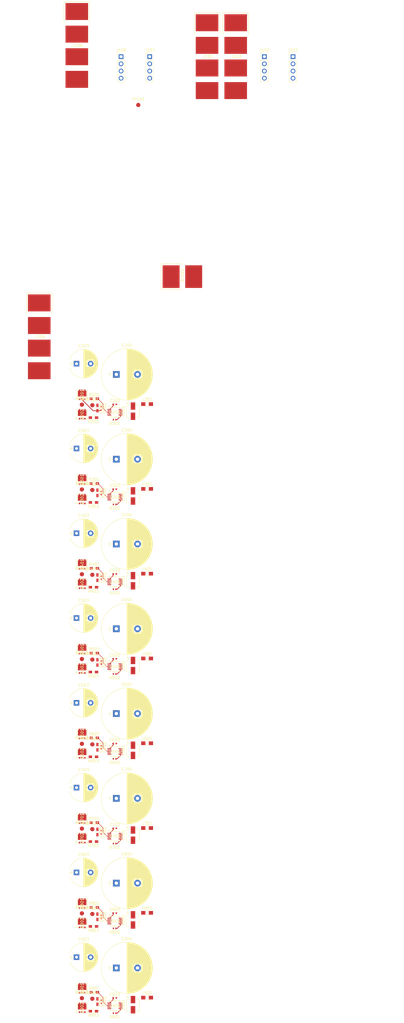
<source format=kicad_pcb>
(kicad_pcb (version 20171130) (host pcbnew 5.0.0)
  (title_block (title "Project Title"))
  (layers (0 F.Cu signal) (31 B.Cu signal) (34 B.Paste user) (35 F.Paste user) (36 B.SilkS user) (37 F.SilkS user) (38 B.Mask user) (39 F.Mask user) (44 Edge.Cuts user))
  (net 0 "")
  (net 1 /Sheet5B7230C3/OUT)
  (net 2 "Net-(Q201-Pad4)")
  (net 3 +BATT)
  (net 4 /sheet5B6E6A5B/OUT)
  (net 5 "Net-(Q702-Pad4)")
  (net 6 GND)
  (net 7 "Net-(Q902-Pad4)")
  (net 8 /sheet5B6E6A5D/OUT)
  (net 9 "Net-(Q901-Pad4)")
  (net 10 "Net-(Q802-Pad4)")
  (net 11 /sheet5B6E6A5C/OUT)
  (net 12 "Net-(Q801-Pad4)")
  (net 13 "Net-(Q701-Pad4)")
  (net 14 /sheet5B6E6A5A/OUT)
  (net 15 "Net-(Q602-Pad4)")
  (net 16 "Net-(Q601-Pad4)")
  (net 17 /sheet5B6E69C4/OUT)
  (net 18 "Net-(Q502-Pad4)")
  (net 19 "Net-(Q501-Pad4)")
  (net 20 /sheet5B6E69C3/OUT)
  (net 21 "Net-(Q402-Pad4)")
  (net 22 "Net-(Q401-Pad4)")
  (net 23 /sheet5B6E69B5/OUT)
  (net 24 "Net-(Q302-Pad4)")
  (net 25 "Net-(Q301-Pad4)")
  (net 26 "Net-(Q202-Pad4)")
  (net 27 "Net-(C301-Pad1)")
  (net 28 "Net-(C305-Pad1)")
  (net 29 "Net-(R301-Pad2)")
  (net 30 "Net-(U301-Pad5)")
  (net 31 "Net-(R302-Pad1)")
  (net 32 /sheet5B6E69B5/EN)
  (net 33 /sheet5B6E69B5/IN)
  (net 34 "Net-(R303-Pad1)")
  (net 35 "Net-(R803-Pad1)")
  (net 36 /sheet5B6E6A5C/IN)
  (net 37 /sheet5B6E6A5C/EN)
  (net 38 "Net-(R802-Pad1)")
  (net 39 "Net-(U801-Pad5)")
  (net 40 "Net-(R801-Pad2)")
  (net 41 "Net-(C805-Pad1)")
  (net 42 "Net-(C801-Pad1)")
  (net 43 "Net-(C701-Pad1)")
  (net 44 "Net-(C705-Pad1)")
  (net 45 "Net-(R701-Pad2)")
  (net 46 "Net-(U701-Pad5)")
  (net 47 "Net-(R702-Pad1)")
  (net 48 /sheet5B6E6A5B/EN)
  (net 49 /sheet5B6E6A5B/IN)
  (net 50 "Net-(R703-Pad1)")
  (net 51 "Net-(R603-Pad1)")
  (net 52 /sheet5B6E6A5A/IN)
  (net 53 /sheet5B6E6A5A/EN)
  (net 54 "Net-(R602-Pad1)")
  (net 55 "Net-(U601-Pad5)")
  (net 56 "Net-(R601-Pad2)")
  (net 57 "Net-(C605-Pad1)")
  (net 58 "Net-(C601-Pad1)")
  (net 59 "Net-(C401-Pad1)")
  (net 60 "Net-(C405-Pad1)")
  (net 61 "Net-(R401-Pad2)")
  (net 62 "Net-(U401-Pad5)")
  (net 63 "Net-(R402-Pad1)")
  (net 64 /sheet5B6E69C3/EN)
  (net 65 /sheet5B6E69C3/IN)
  (net 66 "Net-(R403-Pad1)")
  (net 67 "Net-(R903-Pad1)")
  (net 68 /sheet5B6E6A5D/IN)
  (net 69 /sheet5B6E6A5D/EN)
  (net 70 "Net-(R902-Pad1)")
  (net 71 "Net-(U901-Pad5)")
  (net 72 "Net-(R901-Pad2)")
  (net 73 "Net-(C905-Pad1)")
  (net 74 "Net-(C901-Pad1)")
  (net 75 "Net-(C201-Pad1)")
  (net 76 "Net-(C205-Pad1)")
  (net 77 "Net-(R201-Pad2)")
  (net 78 "Net-(U201-Pad5)")
  (net 79 "Net-(R202-Pad1)")
  (net 80 /Sheet5B7230C3/EN)
  (net 81 /Sheet5B7230C3/IN)
  (net 82 "Net-(R203-Pad1)")
  (net 83 "Net-(R503-Pad1)")
  (net 84 /sheet5B6E69C4/IN)
  (net 85 /sheet5B6E69C4/EN)
  (net 86 "Net-(R502-Pad1)")
  (net 87 "Net-(U501-Pad5)")
  (net 88 "Net-(R501-Pad2)")
  (net 89 "Net-(C505-Pad1)")
  (net 90 "Net-(C501-Pad1)")
  (module Socket_Strips:Socket_Strip_Straight_1x04_Pitch2.54mm (layer F.Cu) (at 128.775001 -37.924999)
    (fp_text reference J101 (at 0 -2.33) (layer F.SilkS))
    (fp_text value Conn_01x04)
    (pad 1 thru_hole rect (at 0 0) (size 1.7 1.7) (drill 1) (layers *.Cu *.Mask) (net 84 /sheet5B6E69C4/IN))
    (pad 2 thru_hole oval (at 0 2.54) (size 1.7 1.7) (drill 1) (layers *.Cu *.Mask) (net 65 /sheet5B6E69C3/IN))
    (pad 3 thru_hole oval (at 0 5.08) (size 1.7 1.7) (drill 1) (layers *.Cu *.Mask) (net 33 /sheet5B6E69B5/IN))
    (pad 4 thru_hole oval (at 0 7.62) (size 1.7 1.7) (drill 1) (layers *.Cu *.Mask) (net 81 /Sheet5B7230C3/IN))
  )
  (module Socket_Strips:Socket_Strip_Straight_1x04_Pitch2.54mm (layer F.Cu) (at 118.625001 -37.924999)
    (fp_text reference J102 (at 0 -2.33) (layer F.SilkS))
    (fp_text value Conn_01x04)
    (pad 4 thru_hole oval (at 0 7.62) (size 1.7 1.7) (drill 1) (layers *.Cu *.Mask) (net 52 /sheet5B6E6A5A/IN))
    (pad 3 thru_hole oval (at 0 5.08) (size 1.7 1.7) (drill 1) (layers *.Cu *.Mask) (net 49 /sheet5B6E6A5B/IN))
    (pad 2 thru_hole oval (at 0 2.54) (size 1.7 1.7) (drill 1) (layers *.Cu *.Mask) (net 36 /sheet5B6E6A5C/IN))
    (pad 1 thru_hole rect (at 0 0) (size 1.7 1.7) (drill 1) (layers *.Cu *.Mask) (net 68 /sheet5B6E6A5D/IN))
  )
  (module Socket_Strips:Socket_Strip_Straight_1x04_Pitch2.54mm (layer F.Cu) (at 78.025001 -37.924999)
    (fp_text reference J107 (at 0 -2.33) (layer F.SilkS))
    (fp_text value Conn_01x04)
    (pad 1 thru_hole rect (at 0 0) (size 1.7 1.7) (drill 1) (layers *.Cu *.Mask) (net 85 /sheet5B6E69C4/EN))
    (pad 2 thru_hole oval (at 0 2.54) (size 1.7 1.7) (drill 1) (layers *.Cu *.Mask) (net 64 /sheet5B6E69C3/EN))
    (pad 3 thru_hole oval (at 0 5.08) (size 1.7 1.7) (drill 1) (layers *.Cu *.Mask) (net 32 /sheet5B6E69B5/EN))
    (pad 4 thru_hole oval (at 0 7.62) (size 1.7 1.7) (drill 1) (layers *.Cu *.Mask) (net 80 /Sheet5B7230C3/EN))
  )
  (module Socket_Strips:Socket_Strip_Straight_1x04_Pitch2.54mm (layer F.Cu) (at 67.875001 -37.924999)
    (fp_text reference J108 (at 0 -2.33) (layer F.SilkS))
    (fp_text value Conn_01x04)
    (pad 4 thru_hole oval (at 0 7.62) (size 1.7 1.7) (drill 1) (layers *.Cu *.Mask) (net 53 /sheet5B6E6A5A/EN))
    (pad 3 thru_hole oval (at 0 5.08) (size 1.7 1.7) (drill 1) (layers *.Cu *.Mask) (net 48 /sheet5B6E6A5B/EN))
    (pad 2 thru_hole oval (at 0 2.54) (size 1.7 1.7) (drill 1) (layers *.Cu *.Mask) (net 37 /sheet5B6E6A5C/EN))
    (pad 1 thru_hole rect (at 0 0) (size 1.7 1.7) (drill 1) (layers *.Cu *.Mask) (net 69 /sheet5B6E6A5D/EN))
  )
  (module Capacitors_SMD:CP_Elec_4x5.7 (layer F.Cu) (at 72.1 147.5 270)
    (fp_text reference C401 (at 0 3.54 270) (layer F.SilkS))
    (fp_text value 10uF)
    (fp_text user + (at -2.77 2.01 270) (layer F.SilkS))
    (pad 1 smd rect (at -1.8 0 90) (size 2.6 1.6) (layers F.Cu F.Paste F.Mask) (net 59 "Net-(C401-Pad1)"))
    (pad 2 smd rect (at 1.8 0 90) (size 2.6 1.6) (layers F.Cu F.Paste F.Mask) (net 6 GND))
  )
  (module Capacitors_SMD:CP_Elec_4x5.7 (layer F.Cu) (at 72.1 177.5 270)
    (fp_text reference C501 (at 0 3.54 270) (layer F.SilkS))
    (fp_text value 10uF)
    (fp_text user + (at -2.77 2.01 270) (layer F.SilkS))
    (pad 1 smd rect (at -1.8 0 90) (size 2.6 1.6) (layers F.Cu F.Paste F.Mask) (net 90 "Net-(C501-Pad1)"))
    (pad 2 smd rect (at 1.8 0 90) (size 2.6 1.6) (layers F.Cu F.Paste F.Mask) (net 6 GND))
  )
  (module Capacitors_SMD:CP_Elec_4x5.7 (layer F.Cu) (at 72.1 297.5 270)
    (fp_text reference C901 (at 0 3.54 270) (layer F.SilkS))
    (fp_text value 10uF)
    (fp_text user + (at -2.77 2.01 270) (layer F.SilkS))
    (pad 1 smd rect (at -1.8 0 90) (size 2.6 1.6) (layers F.Cu F.Paste F.Mask) (net 74 "Net-(C901-Pad1)"))
    (pad 2 smd rect (at 1.8 0 90) (size 2.6 1.6) (layers F.Cu F.Paste F.Mask) (net 6 GND))
  )
  (module Capacitors_SMD:CP_Elec_4x5.7 (layer F.Cu) (at 72.1 267.5 270)
    (fp_text reference C801 (at 0 3.54 270) (layer F.SilkS))
    (fp_text value 10uF)
    (fp_text user + (at -2.77 2.01 270) (layer F.SilkS))
    (pad 1 smd rect (at -1.8 0 90) (size 2.6 1.6) (layers F.Cu F.Paste F.Mask) (net 42 "Net-(C801-Pad1)"))
    (pad 2 smd rect (at 1.8 0 90) (size 2.6 1.6) (layers F.Cu F.Paste F.Mask) (net 6 GND))
  )
  (module Capacitors_SMD:CP_Elec_4x5.7 (layer F.Cu) (at 72.1 117.5 270)
    (fp_text reference C301 (at 0 3.54 270) (layer F.SilkS))
    (fp_text value 10uF)
    (fp_text user + (at -2.77 2.01 270) (layer F.SilkS))
    (pad 1 smd rect (at -1.8 0 90) (size 2.6 1.6) (layers F.Cu F.Paste F.Mask) (net 27 "Net-(C301-Pad1)"))
    (pad 2 smd rect (at 1.8 0 90) (size 2.6 1.6) (layers F.Cu F.Paste F.Mask) (net 6 GND))
  )
  (module Capacitors_SMD:CP_Elec_4x5.7 (layer F.Cu) (at 72.1 237.5 270)
    (fp_text reference C701 (at 0 3.54 270) (layer F.SilkS))
    (fp_text value 10uF)
    (fp_text user + (at -2.77 2.01 270) (layer F.SilkS))
    (pad 1 smd rect (at -1.8 0 90) (size 2.6 1.6) (layers F.Cu F.Paste F.Mask) (net 43 "Net-(C701-Pad1)"))
    (pad 2 smd rect (at 1.8 0 90) (size 2.6 1.6) (layers F.Cu F.Paste F.Mask) (net 6 GND))
  )
  (module Capacitors_SMD:CP_Elec_4x5.7 (layer F.Cu) (at 72.1 87.5 270)
    (fp_text reference C201 (at 0 3.54 270) (layer F.SilkS))
    (fp_text value 10uF)
    (fp_text user + (at -2.77 2.01 270) (layer F.SilkS))
    (pad 1 smd rect (at -1.8 0 90) (size 2.6 1.6) (layers F.Cu F.Paste F.Mask) (net 75 "Net-(C201-Pad1)"))
    (pad 2 smd rect (at 1.8 0 90) (size 2.6 1.6) (layers F.Cu F.Paste F.Mask) (net 6 GND))
  )
  (module Capacitors_SMD:CP_Elec_4x5.7 (layer F.Cu) (at 72.1 207.5 270)
    (fp_text reference C601 (at 0 3.54 270) (layer F.SilkS))
    (fp_text value 10uF)
    (fp_text user + (at -2.77 2.01 270) (layer F.SilkS))
    (pad 1 smd rect (at -1.8 0 90) (size 2.6 1.6) (layers F.Cu F.Paste F.Mask) (net 58 "Net-(C601-Pad1)"))
    (pad 2 smd rect (at 1.8 0 90) (size 2.6 1.6) (layers F.Cu F.Paste F.Mask) (net 6 GND))
  )
  (module Capacitors_SMD:C_0402 (layer F.Cu) (at 60.9 86.45 270)
    (fp_text reference C205 (at 0 -1.27 270) (layer F.SilkS))
    (fp_text value 100nF)
    (pad 1 smd rect (at -0.55 0 270) (size 0.6 0.5) (layers F.Cu F.Paste F.Mask) (net 76 "Net-(C205-Pad1)"))
    (pad 2 smd rect (at 0.55 0 270) (size 0.6 0.5) (layers F.Cu F.Paste F.Mask) (net 1 /Sheet5B7230C3/OUT))
  )
  (module Capacitors_SMD:C_0402 (layer F.Cu) (at 65.65 85.1)
    (fp_text reference C202 (at 0 -1.27) (layer F.SilkS))
    (fp_text value 100nF)
    (pad 2 smd rect (at 0.55 0) (size 0.6 0.5) (layers F.Cu F.Paste F.Mask) (net 6 GND))
    (pad 1 smd rect (at -0.55 0) (size 0.6 0.5) (layers F.Cu F.Paste F.Mask) (net 75 "Net-(C201-Pad1)"))
  )
  (module Capacitors_SMD:C_0402 (layer F.Cu) (at 60.9 116.45 270)
    (fp_text reference C305 (at 0 -1.27 270) (layer F.SilkS))
    (fp_text value 100nF)
    (pad 1 smd rect (at -0.55 0 270) (size 0.6 0.5) (layers F.Cu F.Paste F.Mask) (net 28 "Net-(C305-Pad1)"))
    (pad 2 smd rect (at 0.55 0 270) (size 0.6 0.5) (layers F.Cu F.Paste F.Mask) (net 23 /sheet5B6E69B5/OUT))
  )
  (module Capacitors_SMD:C_0402 (layer F.Cu) (at 65.65 115.1)
    (fp_text reference C302 (at 0 -1.27) (layer F.SilkS))
    (fp_text value 100nF)
    (pad 2 smd rect (at 0.55 0) (size 0.6 0.5) (layers F.Cu F.Paste F.Mask) (net 6 GND))
    (pad 1 smd rect (at -0.55 0) (size 0.6 0.5) (layers F.Cu F.Paste F.Mask) (net 27 "Net-(C301-Pad1)"))
  )
  (module Capacitors_SMD:C_0402 (layer F.Cu) (at 65.65 145.1)
    (fp_text reference C402 (at 0 -1.27) (layer F.SilkS))
    (fp_text value 100nF)
    (pad 2 smd rect (at 0.55 0) (size 0.6 0.5) (layers F.Cu F.Paste F.Mask) (net 6 GND))
    (pad 1 smd rect (at -0.55 0) (size 0.6 0.5) (layers F.Cu F.Paste F.Mask) (net 59 "Net-(C401-Pad1)"))
  )
  (module Capacitors_SMD:C_0402 (layer F.Cu) (at 60.9 146.45 270)
    (fp_text reference C405 (at 0 -1.27 270) (layer F.SilkS))
    (fp_text value 100nF)
    (pad 1 smd rect (at -0.55 0 270) (size 0.6 0.5) (layers F.Cu F.Paste F.Mask) (net 60 "Net-(C405-Pad1)"))
    (pad 2 smd rect (at 0.55 0 270) (size 0.6 0.5) (layers F.Cu F.Paste F.Mask) (net 20 /sheet5B6E69C3/OUT))
  )
  (module Capacitors_SMD:C_0402 (layer F.Cu) (at 65.65 175.1)
    (fp_text reference C502 (at 0 -1.27) (layer F.SilkS))
    (fp_text value 100nF)
    (pad 2 smd rect (at 0.55 0) (size 0.6 0.5) (layers F.Cu F.Paste F.Mask) (net 6 GND))
    (pad 1 smd rect (at -0.55 0) (size 0.6 0.5) (layers F.Cu F.Paste F.Mask) (net 90 "Net-(C501-Pad1)"))
  )
  (module Capacitors_SMD:C_0402 (layer F.Cu) (at 60.9 176.45 270)
    (fp_text reference C505 (at 0 -1.27 270) (layer F.SilkS))
    (fp_text value 100nF)
    (pad 1 smd rect (at -0.55 0 270) (size 0.6 0.5) (layers F.Cu F.Paste F.Mask) (net 89 "Net-(C505-Pad1)"))
    (pad 2 smd rect (at 0.55 0 270) (size 0.6 0.5) (layers F.Cu F.Paste F.Mask) (net 17 /sheet5B6E69C4/OUT))
  )
  (module Capacitors_SMD:C_0402 (layer F.Cu) (at 60.9 296.45 270)
    (fp_text reference C905 (at 0 -1.27 270) (layer F.SilkS))
    (fp_text value 100nF)
    (pad 1 smd rect (at -0.55 0 270) (size 0.6 0.5) (layers F.Cu F.Paste F.Mask) (net 73 "Net-(C905-Pad1)"))
    (pad 2 smd rect (at 0.55 0 270) (size 0.6 0.5) (layers F.Cu F.Paste F.Mask) (net 8 /sheet5B6E6A5D/OUT))
  )
  (module Capacitors_SMD:C_0402 (layer F.Cu) (at 65.65 295.1)
    (fp_text reference C902 (at 0 -1.27) (layer F.SilkS))
    (fp_text value 100nF)
    (pad 2 smd rect (at 0.55 0) (size 0.6 0.5) (layers F.Cu F.Paste F.Mask) (net 6 GND))
    (pad 1 smd rect (at -0.55 0) (size 0.6 0.5) (layers F.Cu F.Paste F.Mask) (net 74 "Net-(C901-Pad1)"))
  )
  (module Capacitors_SMD:C_0402 (layer F.Cu) (at 60.9 266.45 270)
    (fp_text reference C805 (at 0 -1.27 270) (layer F.SilkS))
    (fp_text value 100nF)
    (pad 1 smd rect (at -0.55 0 270) (size 0.6 0.5) (layers F.Cu F.Paste F.Mask) (net 41 "Net-(C805-Pad1)"))
    (pad 2 smd rect (at 0.55 0 270) (size 0.6 0.5) (layers F.Cu F.Paste F.Mask) (net 11 /sheet5B6E6A5C/OUT))
  )
  (module Capacitors_SMD:C_0402 (layer F.Cu) (at 65.65 265.1)
    (fp_text reference C802 (at 0 -1.27) (layer F.SilkS))
    (fp_text value 100nF)
    (pad 2 smd rect (at 0.55 0) (size 0.6 0.5) (layers F.Cu F.Paste F.Mask) (net 6 GND))
    (pad 1 smd rect (at -0.55 0) (size 0.6 0.5) (layers F.Cu F.Paste F.Mask) (net 42 "Net-(C801-Pad1)"))
  )
  (module Capacitors_SMD:C_0402 (layer F.Cu) (at 60.9 206.45 270)
    (fp_text reference C605 (at 0 -1.27 270) (layer F.SilkS))
    (fp_text value 100nF)
    (pad 1 smd rect (at -0.55 0 270) (size 0.6 0.5) (layers F.Cu F.Paste F.Mask) (net 57 "Net-(C605-Pad1)"))
    (pad 2 smd rect (at 0.55 0 270) (size 0.6 0.5) (layers F.Cu F.Paste F.Mask) (net 14 /sheet5B6E6A5A/OUT))
  )
  (module Capacitors_SMD:C_0402 (layer F.Cu) (at 60.9 236.45 270)
    (fp_text reference C705 (at 0 -1.27 270) (layer F.SilkS))
    (fp_text value 100nF)
    (pad 1 smd rect (at -0.55 0 270) (size 0.6 0.5) (layers F.Cu F.Paste F.Mask) (net 44 "Net-(C705-Pad1)"))
    (pad 2 smd rect (at 0.55 0 270) (size 0.6 0.5) (layers F.Cu F.Paste F.Mask) (net 4 /sheet5B6E6A5B/OUT))
  )
  (module Capacitors_SMD:C_0402 (layer F.Cu) (at 65.65 235.1)
    (fp_text reference C702 (at 0 -1.27) (layer F.SilkS))
    (fp_text value 100nF)
    (pad 2 smd rect (at 0.55 0) (size 0.6 0.5) (layers F.Cu F.Paste F.Mask) (net 6 GND))
    (pad 1 smd rect (at -0.55 0) (size 0.6 0.5) (layers F.Cu F.Paste F.Mask) (net 43 "Net-(C701-Pad1)"))
  )
  (module Capacitors_SMD:C_0402 (layer F.Cu) (at 65.65 205.1)
    (fp_text reference C602 (at 0 -1.27) (layer F.SilkS))
    (fp_text value 100nF)
    (pad 2 smd rect (at 0.55 0) (size 0.6 0.5) (layers F.Cu F.Paste F.Mask) (net 6 GND))
    (pad 1 smd rect (at -0.55 0) (size 0.6 0.5) (layers F.Cu F.Paste F.Mask) (net 58 "Net-(C601-Pad1)"))
  )
  (module Capacitors_SMD:C_0603_HandSoldering (layer F.Cu) (at 59.5 296.4 270)
    (fp_text reference C906 (at 0 -1.25 270) (layer F.SilkS))
    (fp_text value "DNP 0603")
    (pad 1 smd rect (at -0.95 0 270) (size 1.2 0.75) (layers F.Cu F.Paste F.Mask) (net 73 "Net-(C905-Pad1)"))
    (pad 2 smd rect (at 0.95 0 270) (size 1.2 0.75) (layers F.Cu F.Paste F.Mask) (net 8 /sheet5B6E6A5D/OUT))
  )
  (module Capacitors_SMD:C_0603_HandSoldering (layer F.Cu) (at 59.5 266.4 270)
    (fp_text reference C806 (at 0 -1.25 270) (layer F.SilkS))
    (fp_text value "DNP 0603")
    (pad 1 smd rect (at -0.95 0 270) (size 1.2 0.75) (layers F.Cu F.Paste F.Mask) (net 41 "Net-(C805-Pad1)"))
    (pad 2 smd rect (at 0.95 0 270) (size 1.2 0.75) (layers F.Cu F.Paste F.Mask) (net 11 /sheet5B6E6A5C/OUT))
  )
  (module Capacitors_SMD:C_0603_HandSoldering (layer F.Cu) (at 59.5 236.4 270)
    (fp_text reference C706 (at 0 -1.25 270) (layer F.SilkS))
    (fp_text value "DNP 0603")
    (pad 1 smd rect (at -0.95 0 270) (size 1.2 0.75) (layers F.Cu F.Paste F.Mask) (net 44 "Net-(C705-Pad1)"))
    (pad 2 smd rect (at 0.95 0 270) (size 1.2 0.75) (layers F.Cu F.Paste F.Mask) (net 4 /sheet5B6E6A5B/OUT))
  )
  (module Capacitors_SMD:C_0603_HandSoldering (layer F.Cu) (at 59.5 86.4 270)
    (fp_text reference C206 (at 0 -1.25 270) (layer F.SilkS))
    (fp_text value "DNP 0603")
    (pad 1 smd rect (at -0.95 0 270) (size 1.2 0.75) (layers F.Cu F.Paste F.Mask) (net 76 "Net-(C205-Pad1)"))
    (pad 2 smd rect (at 0.95 0 270) (size 1.2 0.75) (layers F.Cu F.Paste F.Mask) (net 1 /Sheet5B7230C3/OUT))
  )
  (module Capacitors_SMD:C_0603_HandSoldering (layer F.Cu) (at 59.5 206.4 270)
    (fp_text reference C606 (at 0 -1.25 270) (layer F.SilkS))
    (fp_text value "DNP 0603")
    (pad 1 smd rect (at -0.95 0 270) (size 1.2 0.75) (layers F.Cu F.Paste F.Mask) (net 57 "Net-(C605-Pad1)"))
    (pad 2 smd rect (at 0.95 0 270) (size 1.2 0.75) (layers F.Cu F.Paste F.Mask) (net 14 /sheet5B6E6A5A/OUT))
  )
  (module Capacitors_SMD:C_0603_HandSoldering (layer F.Cu) (at 59.5 176.4 270)
    (fp_text reference C506 (at 0 -1.25 270) (layer F.SilkS))
    (fp_text value "DNP 0603")
    (pad 1 smd rect (at -0.95 0 270) (size 1.2 0.75) (layers F.Cu F.Paste F.Mask) (net 89 "Net-(C505-Pad1)"))
    (pad 2 smd rect (at 0.95 0 270) (size 1.2 0.75) (layers F.Cu F.Paste F.Mask) (net 17 /sheet5B6E69C4/OUT))
  )
  (module Capacitors_SMD:C_0603_HandSoldering (layer F.Cu) (at 59.5 116.4 270)
    (fp_text reference C306 (at 0 -1.25 270) (layer F.SilkS))
    (fp_text value "DNP 0603")
    (pad 1 smd rect (at -0.95 0 270) (size 1.2 0.75) (layers F.Cu F.Paste F.Mask) (net 28 "Net-(C305-Pad1)"))
    (pad 2 smd rect (at 0.95 0 270) (size 1.2 0.75) (layers F.Cu F.Paste F.Mask) (net 23 /sheet5B6E69B5/OUT))
  )
  (module Capacitors_SMD:C_0603_HandSoldering (layer F.Cu) (at 59.5 146.4 270)
    (fp_text reference C406 (at 0 -1.25 270) (layer F.SilkS))
    (fp_text value "DNP 0603")
    (pad 1 smd rect (at -0.95 0 270) (size 1.2 0.75) (layers F.Cu F.Paste F.Mask) (net 60 "Net-(C405-Pad1)"))
    (pad 2 smd rect (at 0.95 0 270) (size 1.2 0.75) (layers F.Cu F.Paste F.Mask) (net 20 /sheet5B6E69C3/OUT))
  )
  (module Capacitors_ThroughHole:CP_Radial_D10.0mm_P5.00mm (layer F.Cu) (at 52.1 220.7)
    (fp_text reference C703 (at 2.5 -6.31) (layer F.SilkS))
    (fp_text value 470uF)
    (pad 1 thru_hole rect (at 0 0) (size 2 2) (drill 1) (layers *.Cu *.Mask) (net 3 +BATT))
    (pad 2 thru_hole circle (at 5 0) (size 2 2) (drill 1) (layers *.Cu *.Mask) (net 6 GND))
  )
  (module Capacitors_ThroughHole:CP_Radial_D10.0mm_P5.00mm (layer F.Cu) (at 52.1 70.7)
    (fp_text reference C203 (at 2.5 -6.31) (layer F.SilkS))
    (fp_text value 470uF)
    (pad 1 thru_hole rect (at 0 0) (size 2 2) (drill 1) (layers *.Cu *.Mask) (net 3 +BATT))
    (pad 2 thru_hole circle (at 5 0) (size 2 2) (drill 1) (layers *.Cu *.Mask) (net 6 GND))
  )
  (module Capacitors_ThroughHole:CP_Radial_D10.0mm_P5.00mm (layer F.Cu) (at 52.1 190.7)
    (fp_text reference C603 (at 2.5 -6.31) (layer F.SilkS))
    (fp_text value 470uF)
    (pad 1 thru_hole rect (at 0 0) (size 2 2) (drill 1) (layers *.Cu *.Mask) (net 3 +BATT))
    (pad 2 thru_hole circle (at 5 0) (size 2 2) (drill 1) (layers *.Cu *.Mask) (net 6 GND))
  )
  (module Capacitors_ThroughHole:CP_Radial_D10.0mm_P5.00mm (layer F.Cu) (at 52.1 250.7)
    (fp_text reference C803 (at 2.5 -6.31) (layer F.SilkS))
    (fp_text value 470uF)
    (pad 1 thru_hole rect (at 0 0) (size 2 2) (drill 1) (layers *.Cu *.Mask) (net 3 +BATT))
    (pad 2 thru_hole circle (at 5 0) (size 2 2) (drill 1) (layers *.Cu *.Mask) (net 6 GND))
  )
  (module Capacitors_ThroughHole:CP_Radial_D10.0mm_P5.00mm (layer F.Cu) (at 52.1 280.7)
    (fp_text reference C903 (at 2.5 -6.31) (layer F.SilkS))
    (fp_text value 470uF)
    (pad 1 thru_hole rect (at 0 0) (size 2 2) (drill 1) (layers *.Cu *.Mask) (net 3 +BATT))
    (pad 2 thru_hole circle (at 5 0) (size 2 2) (drill 1) (layers *.Cu *.Mask) (net 6 GND))
  )
  (module Capacitors_ThroughHole:CP_Radial_D10.0mm_P5.00mm (layer F.Cu) (at 52.1 160.7)
    (fp_text reference C503 (at 2.5 -6.31) (layer F.SilkS))
    (fp_text value 470uF)
    (pad 1 thru_hole rect (at 0 0) (size 2 2) (drill 1) (layers *.Cu *.Mask) (net 3 +BATT))
    (pad 2 thru_hole circle (at 5 0) (size 2 2) (drill 1) (layers *.Cu *.Mask) (net 6 GND))
  )
  (module Capacitors_ThroughHole:CP_Radial_D10.0mm_P5.00mm (layer F.Cu) (at 52.1 100.7)
    (fp_text reference C303 (at 2.5 -6.31) (layer F.SilkS))
    (fp_text value 470uF)
    (pad 1 thru_hole rect (at 0 0) (size 2 2) (drill 1) (layers *.Cu *.Mask) (net 3 +BATT))
    (pad 2 thru_hole circle (at 5 0) (size 2 2) (drill 1) (layers *.Cu *.Mask) (net 6 GND))
  )
  (module Capacitors_ThroughHole:CP_Radial_D10.0mm_P5.00mm (layer F.Cu) (at 52.1 130.7)
    (fp_text reference C403 (at 2.5 -6.31) (layer F.SilkS))
    (fp_text value 470uF)
    (pad 1 thru_hole rect (at 0 0) (size 2 2) (drill 1) (layers *.Cu *.Mask) (net 3 +BATT))
    (pad 2 thru_hole circle (at 5 0) (size 2 2) (drill 1) (layers *.Cu *.Mask) (net 6 GND))
  )
  (module Capacitors_ThroughHole:CP_Radial_D18.0mm_P7.50mm (layer F.Cu) (at 66.2 134.5)
    (fp_text reference C404 (at 3.75 -10.31) (layer F.SilkS))
    (fp_text value 1000uF)
    (pad 1 thru_hole rect (at 0 0) (size 2.4 2.4) (drill 1.2) (layers *.Cu *.Mask) (net 3 +BATT))
    (pad 2 thru_hole circle (at 7.5 0) (size 2.4 2.4) (drill 1.2) (layers *.Cu *.Mask) (net 6 GND))
  )
  (module Capacitors_ThroughHole:CP_Radial_D18.0mm_P7.50mm (layer F.Cu) (at 66.2 194.5)
    (fp_text reference C604 (at 3.75 -10.31) (layer F.SilkS))
    (fp_text value 1000uF)
    (pad 1 thru_hole rect (at 0 0) (size 2.4 2.4) (drill 1.2) (layers *.Cu *.Mask) (net 3 +BATT))
    (pad 2 thru_hole circle (at 7.5 0) (size 2.4 2.4) (drill 1.2) (layers *.Cu *.Mask) (net 6 GND))
  )
  (module Capacitors_ThroughHole:CP_Radial_D18.0mm_P7.50mm (layer F.Cu) (at 66.2 104.5)
    (fp_text reference C304 (at 3.75 -10.31) (layer F.SilkS))
    (fp_text value 1000uF)
    (pad 1 thru_hole rect (at 0 0) (size 2.4 2.4) (drill 1.2) (layers *.Cu *.Mask) (net 3 +BATT))
    (pad 2 thru_hole circle (at 7.5 0) (size 2.4 2.4) (drill 1.2) (layers *.Cu *.Mask) (net 6 GND))
  )
  (module Capacitors_ThroughHole:CP_Radial_D18.0mm_P7.50mm (layer F.Cu) (at 66.2 74.5)
    (fp_text reference C204 (at 3.75 -10.31) (layer F.SilkS))
    (fp_text value 1000uF)
    (pad 1 thru_hole rect (at 0 0) (size 2.4 2.4) (drill 1.2) (layers *.Cu *.Mask) (net 3 +BATT))
    (pad 2 thru_hole circle (at 7.5 0) (size 2.4 2.4) (drill 1.2) (layers *.Cu *.Mask) (net 6 GND))
  )
  (module Capacitors_ThroughHole:CP_Radial_D18.0mm_P7.50mm (layer F.Cu) (at 66.2 224.5)
    (fp_text reference C704 (at 3.75 -10.31) (layer F.SilkS))
    (fp_text value 1000uF)
    (pad 1 thru_hole rect (at 0 0) (size 2.4 2.4) (drill 1.2) (layers *.Cu *.Mask) (net 3 +BATT))
    (pad 2 thru_hole circle (at 7.5 0) (size 2.4 2.4) (drill 1.2) (layers *.Cu *.Mask) (net 6 GND))
  )
  (module Capacitors_ThroughHole:CP_Radial_D18.0mm_P7.50mm (layer F.Cu) (at 66.2 284.5)
    (fp_text reference C904 (at 3.75 -10.31) (layer F.SilkS))
    (fp_text value 1000uF)
    (pad 1 thru_hole rect (at 0 0) (size 2.4 2.4) (drill 1.2) (layers *.Cu *.Mask) (net 3 +BATT))
    (pad 2 thru_hole circle (at 7.5 0) (size 2.4 2.4) (drill 1.2) (layers *.Cu *.Mask) (net 6 GND))
  )
  (module Capacitors_ThroughHole:CP_Radial_D18.0mm_P7.50mm (layer F.Cu) (at 66.2 254.5)
    (fp_text reference C804 (at 3.75 -10.31) (layer F.SilkS))
    (fp_text value 1000uF)
    (pad 1 thru_hole rect (at 0 0) (size 2.4 2.4) (drill 1.2) (layers *.Cu *.Mask) (net 3 +BATT))
    (pad 2 thru_hole circle (at 7.5 0) (size 2.4 2.4) (drill 1.2) (layers *.Cu *.Mask) (net 6 GND))
  )
  (module Capacitors_ThroughHole:CP_Radial_D18.0mm_P7.50mm (layer F.Cu) (at 66.2 164.5)
    (fp_text reference C504 (at 3.75 -10.31) (layer F.SilkS))
    (fp_text value 1000uF)
    (pad 1 thru_hole rect (at 0 0) (size 2.4 2.4) (drill 1.2) (layers *.Cu *.Mask) (net 3 +BATT))
    (pad 2 thru_hole circle (at 7.5 0) (size 2.4 2.4) (drill 1.2) (layers *.Cu *.Mask) (net 6 GND))
  )
  (module Measurement_Points:Measurement_Point_Round-SMD-Pad_Small (layer F.Cu) (at 54.0 115.2)
    (fp_text reference TP302 (at 0 -2) (layer F.SilkS))
    (fp_text value TestPoint_Alt)
    (pad 1 smd circle (at 0 0) (size 1.5 1.5) (layers F.Cu F.Mask) (net 23 /sheet5B6E69B5/OUT))
  )
  (module Measurement_Points:Measurement_Point_Round-SMD-Pad_Small (layer F.Cu) (at 54.0 145.2)
    (fp_text reference TP402 (at 0 -2) (layer F.SilkS))
    (fp_text value TestPoint_Alt)
    (pad 1 smd circle (at 0 0) (size 1.5 1.5) (layers F.Cu F.Mask) (net 20 /sheet5B6E69C3/OUT))
  )
  (module Measurement_Points:Measurement_Point_Round-SMD-Pad_Small (layer F.Cu) (at 57.7 145.4)
    (fp_text reference TP401 (at 0 -2) (layer F.SilkS))
    (fp_text value TestPoint_Alt)
    (pad 1 smd circle (at 0 0) (size 1.5 1.5) (layers F.Cu F.Mask) (net 60 "Net-(C405-Pad1)"))
  )
  (module Measurement_Points:Measurement_Point_Round-SMD-Pad_Small (layer F.Cu) (at 54 85.2)
    (fp_text reference TP202 (at 0 -2) (layer F.SilkS))
    (fp_text value TestPoint_Alt)
    (pad 1 smd circle (at 0 0) (size 1.5 1.5) (layers F.Cu F.Mask) (net 1 /Sheet5B7230C3/OUT))
  )
  (module Measurement_Points:Measurement_Point_Round-SMD-Pad_Small (layer F.Cu) (at 57.7 85.4)
    (fp_text reference TP201 (at 0 -2) (layer F.SilkS))
    (fp_text value TestPoint_Alt)
    (pad 1 smd circle (at 0 0) (size 1.5 1.5) (layers F.Cu F.Mask) (net 76 "Net-(C205-Pad1)"))
  )
  (module Measurement_Points:Measurement_Point_Round-SMD-Pad_Small (layer F.Cu) (at 73.975001 -20.824999)
    (fp_text reference TP101 (at 0 -2) (layer F.SilkS))
    (fp_text value TestPoint_Alt)
    (pad 1 smd circle (at 0 0) (size 1.5 1.5) (layers F.Cu F.Mask) (net 6 GND))
  )
  (module Measurement_Points:Measurement_Point_Round-SMD-Pad_Small (layer F.Cu) (at 54.0 265.2)
    (fp_text reference TP802 (at 0 -2) (layer F.SilkS))
    (fp_text value TestPoint_Alt)
    (pad 1 smd circle (at 0 0) (size 1.5 1.5) (layers F.Cu F.Mask) (net 11 /sheet5B6E6A5C/OUT))
  )
  (module Measurement_Points:Measurement_Point_Round-SMD-Pad_Small (layer F.Cu) (at 57.7 175.4)
    (fp_text reference TP501 (at 0 -2) (layer F.SilkS))
    (fp_text value TestPoint_Alt)
    (pad 1 smd circle (at 0 0) (size 1.5 1.5) (layers F.Cu F.Mask) (net 89 "Net-(C505-Pad1)"))
  )
  (module Measurement_Points:Measurement_Point_Round-SMD-Pad_Small (layer F.Cu) (at 57.7 295.4)
    (fp_text reference TP901 (at 0 -2) (layer F.SilkS))
    (fp_text value TestPoint_Alt)
    (pad 1 smd circle (at 0 0) (size 1.5 1.5) (layers F.Cu F.Mask) (net 73 "Net-(C905-Pad1)"))
  )
  (module Measurement_Points:Measurement_Point_Round-SMD-Pad_Small (layer F.Cu) (at 57.7 265.4)
    (fp_text reference TP801 (at 0 -2) (layer F.SilkS))
    (fp_text value TestPoint_Alt)
    (pad 1 smd circle (at 0 0) (size 1.5 1.5) (layers F.Cu F.Mask) (net 41 "Net-(C805-Pad1)"))
  )
  (module Measurement_Points:Measurement_Point_Round-SMD-Pad_Small (layer F.Cu) (at 54.0 235.2)
    (fp_text reference TP702 (at 0 -2) (layer F.SilkS))
    (fp_text value TestPoint_Alt)
    (pad 1 smd circle (at 0 0) (size 1.5 1.5) (layers F.Cu F.Mask) (net 4 /sheet5B6E6A5B/OUT))
  )
  (module Measurement_Points:Measurement_Point_Round-SMD-Pad_Small (layer F.Cu) (at 54.0 295.2)
    (fp_text reference TP902 (at 0 -2) (layer F.SilkS))
    (fp_text value TestPoint_Alt)
    (pad 1 smd circle (at 0 0) (size 1.5 1.5) (layers F.Cu F.Mask) (net 8 /sheet5B6E6A5D/OUT))
  )
  (module Measurement_Points:Measurement_Point_Round-SMD-Pad_Small (layer F.Cu) (at 54.0 175.2)
    (fp_text reference TP502 (at 0 -2) (layer F.SilkS))
    (fp_text value TestPoint_Alt)
    (pad 1 smd circle (at 0 0) (size 1.5 1.5) (layers F.Cu F.Mask) (net 17 /sheet5B6E69C4/OUT))
  )
  (module Measurement_Points:Measurement_Point_Round-SMD-Pad_Small (layer F.Cu) (at 57.7 205.4)
    (fp_text reference TP601 (at 0 -2) (layer F.SilkS))
    (fp_text value TestPoint_Alt)
    (pad 1 smd circle (at 0 0) (size 1.5 1.5) (layers F.Cu F.Mask) (net 57 "Net-(C605-Pad1)"))
  )
  (module Measurement_Points:Measurement_Point_Round-SMD-Pad_Small (layer F.Cu) (at 57.7 235.4)
    (fp_text reference TP701 (at 0 -2) (layer F.SilkS))
    (fp_text value TestPoint_Alt)
    (pad 1 smd circle (at 0 0) (size 1.5 1.5) (layers F.Cu F.Mask) (net 44 "Net-(C705-Pad1)"))
  )
  (module Measurement_Points:Measurement_Point_Round-SMD-Pad_Small (layer F.Cu) (at 54.0 205.2)
    (fp_text reference TP602 (at 0 -2) (layer F.SilkS))
    (fp_text value TestPoint_Alt)
    (pad 1 smd circle (at 0 0) (size 1.5 1.5) (layers F.Cu F.Mask) (net 14 /sheet5B6E6A5A/OUT))
  )
  (module Measurement_Points:Measurement_Point_Round-SMD-Pad_Small (layer F.Cu) (at 57.7 115.4)
    (fp_text reference TP301 (at 0 -2) (layer F.SilkS))
    (fp_text value TestPoint_Alt)
    (pad 1 smd circle (at 0 0) (size 1.5 1.5) (layers F.Cu F.Mask) (net 28 "Net-(C305-Pad1)"))
  )
  (module Resistors_SMD:R_0402 (layer F.Cu) (at 65.6 90.5 180)
    (fp_text reference R202 (at 0 -1.35 180) (layer F.SilkS))
    (fp_text value 10k)
    (pad 2 smd rect (at 0.45 0 180) (size 0.4 0.6) (layers F.Cu F.Paste F.Mask) (net 6 GND))
    (pad 1 smd rect (at -0.45 0 180) (size 0.4 0.6) (layers F.Cu F.Paste F.Mask) (net 79 "Net-(R202-Pad1)"))
  )
  (module Resistors_SMD:R_0402 (layer F.Cu) (at 65.6 120.5 180)
    (fp_text reference R302 (at 0 -1.35 180) (layer F.SilkS))
    (fp_text value 10k)
    (pad 2 smd rect (at 0.45 0 180) (size 0.4 0.6) (layers F.Cu F.Paste F.Mask) (net 6 GND))
    (pad 1 smd rect (at -0.45 0 180) (size 0.4 0.6) (layers F.Cu F.Paste F.Mask) (net 31 "Net-(R302-Pad1)"))
  )
  (module Resistors_SMD:R_0402 (layer F.Cu) (at 65.6 150.5 180)
    (fp_text reference R402 (at 0 -1.35 180) (layer F.SilkS))
    (fp_text value 10k)
    (pad 2 smd rect (at 0.45 0 180) (size 0.4 0.6) (layers F.Cu F.Paste F.Mask) (net 6 GND))
    (pad 1 smd rect (at -0.45 0 180) (size 0.4 0.6) (layers F.Cu F.Paste F.Mask) (net 63 "Net-(R402-Pad1)"))
  )
  (module Resistors_SMD:R_0402 (layer F.Cu) (at 65.6 180.5 180)
    (fp_text reference R502 (at 0 -1.35 180) (layer F.SilkS))
    (fp_text value 10k)
    (pad 2 smd rect (at 0.45 0 180) (size 0.4 0.6) (layers F.Cu F.Paste F.Mask) (net 6 GND))
    (pad 1 smd rect (at -0.45 0 180) (size 0.4 0.6) (layers F.Cu F.Paste F.Mask) (net 86 "Net-(R502-Pad1)"))
  )
  (module Resistors_SMD:R_0402 (layer F.Cu) (at 65.6 240.5 180)
    (fp_text reference R702 (at 0 -1.35 180) (layer F.SilkS))
    (fp_text value 10k)
    (pad 2 smd rect (at 0.45 0 180) (size 0.4 0.6) (layers F.Cu F.Paste F.Mask) (net 6 GND))
    (pad 1 smd rect (at -0.45 0 180) (size 0.4 0.6) (layers F.Cu F.Paste F.Mask) (net 47 "Net-(R702-Pad1)"))
  )
  (module Resistors_SMD:R_0402 (layer F.Cu) (at 65.6 270.5 180)
    (fp_text reference R802 (at 0 -1.35 180) (layer F.SilkS))
    (fp_text value 10k)
    (pad 2 smd rect (at 0.45 0 180) (size 0.4 0.6) (layers F.Cu F.Paste F.Mask) (net 6 GND))
    (pad 1 smd rect (at -0.45 0 180) (size 0.4 0.6) (layers F.Cu F.Paste F.Mask) (net 38 "Net-(R802-Pad1)"))
  )
  (module Resistors_SMD:R_0402 (layer F.Cu) (at 65.6 300.5 180)
    (fp_text reference R902 (at 0 -1.35 180) (layer F.SilkS))
    (fp_text value 10k)
    (pad 2 smd rect (at 0.45 0 180) (size 0.4 0.6) (layers F.Cu F.Paste F.Mask) (net 6 GND))
    (pad 1 smd rect (at -0.45 0 180) (size 0.4 0.6) (layers F.Cu F.Paste F.Mask) (net 70 "Net-(R902-Pad1)"))
  )
  (module Resistors_SMD:R_0402 (layer F.Cu) (at 65.6 210.5 180)
    (fp_text reference R602 (at 0 -1.35 180) (layer F.SilkS))
    (fp_text value 10k)
    (pad 2 smd rect (at 0.45 0 180) (size 0.4 0.6) (layers F.Cu F.Paste F.Mask) (net 6 GND))
    (pad 1 smd rect (at -0.45 0 180) (size 0.4 0.6) (layers F.Cu F.Paste F.Mask) (net 54 "Net-(R602-Pad1)"))
  )
  (module Resistors_SMD:R_0603_HandSoldering (layer F.Cu) (at 58.4 263.1)
    (fp_text reference R801 (at 0 -1.45) (layer F.SilkS))
    (fp_text value 0)
    (pad 2 smd rect (at 1.1 0) (size 1.2 0.9) (layers F.Cu F.Paste F.Mask) (net 40 "Net-(R801-Pad2)"))
    (pad 1 smd rect (at -1.1 0) (size 1.2 0.9) (layers F.Cu F.Paste F.Mask) (net 12 "Net-(Q801-Pad4)"))
  )
  (module Resistors_SMD:R_0603_HandSoldering (layer F.Cu) (at 58.4 83.1)
    (fp_text reference R201 (at 0 -1.45) (layer F.SilkS))
    (fp_text value 0)
    (pad 2 smd rect (at 1.1 0) (size 1.2 0.9) (layers F.Cu F.Paste F.Mask) (net 77 "Net-(R201-Pad2)"))
    (pad 1 smd rect (at -1.1 0) (size 1.2 0.9) (layers F.Cu F.Paste F.Mask) (net 2 "Net-(Q201-Pad4)"))
  )
  (module Resistors_SMD:R_0603_HandSoldering (layer F.Cu) (at 58.4 203.1)
    (fp_text reference R601 (at 0 -1.45) (layer F.SilkS))
    (fp_text value 0)
    (pad 2 smd rect (at 1.1 0) (size 1.2 0.9) (layers F.Cu F.Paste F.Mask) (net 56 "Net-(R601-Pad2)"))
    (pad 1 smd rect (at -1.1 0) (size 1.2 0.9) (layers F.Cu F.Paste F.Mask) (net 16 "Net-(Q601-Pad4)"))
  )
  (module Resistors_SMD:R_0603_HandSoldering (layer F.Cu) (at 58.1 89.8 180)
    (fp_text reference R203 (at 0 -1.45 180) (layer F.SilkS))
    (fp_text value 0)
    (pad 2 smd rect (at 1.1 0 180) (size 1.2 0.9) (layers F.Cu F.Paste F.Mask) (net 26 "Net-(Q202-Pad4)"))
    (pad 1 smd rect (at -1.1 0 180) (size 1.2 0.9) (layers F.Cu F.Paste F.Mask) (net 82 "Net-(R203-Pad1)"))
  )
  (module Resistors_SMD:R_0603_HandSoldering (layer F.Cu) (at 58.1 299.8 180)
    (fp_text reference R903 (at 0 -1.45 180) (layer F.SilkS))
    (fp_text value 0)
    (pad 2 smd rect (at 1.1 0 180) (size 1.2 0.9) (layers F.Cu F.Paste F.Mask) (net 7 "Net-(Q902-Pad4)"))
    (pad 1 smd rect (at -1.1 0 180) (size 1.2 0.9) (layers F.Cu F.Paste F.Mask) (net 67 "Net-(R903-Pad1)"))
  )
  (module Resistors_SMD:R_0603_HandSoldering (layer F.Cu) (at 58.4 113.1)
    (fp_text reference R301 (at 0 -1.45) (layer F.SilkS))
    (fp_text value 0)
    (pad 2 smd rect (at 1.1 0) (size 1.2 0.9) (layers F.Cu F.Paste F.Mask) (net 29 "Net-(R301-Pad2)"))
    (pad 1 smd rect (at -1.1 0) (size 1.2 0.9) (layers F.Cu F.Paste F.Mask) (net 25 "Net-(Q301-Pad4)"))
  )
  (module Resistors_SMD:R_0603_HandSoldering (layer F.Cu) (at 58.4 293.1)
    (fp_text reference R901 (at 0 -1.45) (layer F.SilkS))
    (fp_text value 0)
    (pad 2 smd rect (at 1.1 0) (size 1.2 0.9) (layers F.Cu F.Paste F.Mask) (net 72 "Net-(R901-Pad2)"))
    (pad 1 smd rect (at -1.1 0) (size 1.2 0.9) (layers F.Cu F.Paste F.Mask) (net 9 "Net-(Q901-Pad4)"))
  )
  (module Resistors_SMD:R_0603_HandSoldering (layer F.Cu) (at 58.1 269.8 180)
    (fp_text reference R803 (at 0 -1.45 180) (layer F.SilkS))
    (fp_text value 0)
    (pad 2 smd rect (at 1.1 0 180) (size 1.2 0.9) (layers F.Cu F.Paste F.Mask) (net 10 "Net-(Q802-Pad4)"))
    (pad 1 smd rect (at -1.1 0 180) (size 1.2 0.9) (layers F.Cu F.Paste F.Mask) (net 35 "Net-(R803-Pad1)"))
  )
  (module Resistors_SMD:R_0603_HandSoldering (layer F.Cu) (at 58.1 239.8 180)
    (fp_text reference R703 (at 0 -1.45 180) (layer F.SilkS))
    (fp_text value 0)
    (pad 2 smd rect (at 1.1 0 180) (size 1.2 0.9) (layers F.Cu F.Paste F.Mask) (net 5 "Net-(Q702-Pad4)"))
    (pad 1 smd rect (at -1.1 0 180) (size 1.2 0.9) (layers F.Cu F.Paste F.Mask) (net 50 "Net-(R703-Pad1)"))
  )
  (module Resistors_SMD:R_0603_HandSoldering (layer F.Cu) (at 58.1 119.8 180)
    (fp_text reference R303 (at 0 -1.45 180) (layer F.SilkS))
    (fp_text value 0)
    (pad 2 smd rect (at 1.1 0 180) (size 1.2 0.9) (layers F.Cu F.Paste F.Mask) (net 24 "Net-(Q302-Pad4)"))
    (pad 1 smd rect (at -1.1 0 180) (size 1.2 0.9) (layers F.Cu F.Paste F.Mask) (net 34 "Net-(R303-Pad1)"))
  )
  (module Resistors_SMD:R_0603_HandSoldering (layer F.Cu) (at 58.4 143.1)
    (fp_text reference R401 (at 0 -1.45) (layer F.SilkS))
    (fp_text value 0)
    (pad 2 smd rect (at 1.1 0) (size 1.2 0.9) (layers F.Cu F.Paste F.Mask) (net 61 "Net-(R401-Pad2)"))
    (pad 1 smd rect (at -1.1 0) (size 1.2 0.9) (layers F.Cu F.Paste F.Mask) (net 22 "Net-(Q401-Pad4)"))
  )
  (module Resistors_SMD:R_0603_HandSoldering (layer F.Cu) (at 58.1 149.8 180)
    (fp_text reference R403 (at 0 -1.45 180) (layer F.SilkS))
    (fp_text value 0)
    (pad 2 smd rect (at 1.1 0 180) (size 1.2 0.9) (layers F.Cu F.Paste F.Mask) (net 21 "Net-(Q402-Pad4)"))
    (pad 1 smd rect (at -1.1 0 180) (size 1.2 0.9) (layers F.Cu F.Paste F.Mask) (net 66 "Net-(R403-Pad1)"))
  )
  (module Resistors_SMD:R_0603_HandSoldering (layer F.Cu) (at 58.4 173.1)
    (fp_text reference R501 (at 0 -1.45) (layer F.SilkS))
    (fp_text value 0)
    (pad 2 smd rect (at 1.1 0) (size 1.2 0.9) (layers F.Cu F.Paste F.Mask) (net 88 "Net-(R501-Pad2)"))
    (pad 1 smd rect (at -1.1 0) (size 1.2 0.9) (layers F.Cu F.Paste F.Mask) (net 19 "Net-(Q501-Pad4)"))
  )
  (module Resistors_SMD:R_0603_HandSoldering (layer F.Cu) (at 58.4 233.1)
    (fp_text reference R701 (at 0 -1.45) (layer F.SilkS))
    (fp_text value 0)
    (pad 2 smd rect (at 1.1 0) (size 1.2 0.9) (layers F.Cu F.Paste F.Mask) (net 45 "Net-(R701-Pad2)"))
    (pad 1 smd rect (at -1.1 0) (size 1.2 0.9) (layers F.Cu F.Paste F.Mask) (net 13 "Net-(Q701-Pad4)"))
  )
  (module Resistors_SMD:R_0603_HandSoldering (layer F.Cu) (at 58.1 209.8 180)
    (fp_text reference R603 (at 0 -1.45 180) (layer F.SilkS))
    (fp_text value 0)
    (pad 2 smd rect (at 1.1 0 180) (size 1.2 0.9) (layers F.Cu F.Paste F.Mask) (net 15 "Net-(Q602-Pad4)"))
    (pad 1 smd rect (at -1.1 0 180) (size 1.2 0.9) (layers F.Cu F.Paste F.Mask) (net 51 "Net-(R603-Pad1)"))
  )
  (module Resistors_SMD:R_0603_HandSoldering (layer F.Cu) (at 58.1 179.8 180)
    (fp_text reference R503 (at 0 -1.45 180) (layer F.SilkS))
    (fp_text value 0)
    (pad 2 smd rect (at 1.1 0 180) (size 1.2 0.9) (layers F.Cu F.Paste F.Mask) (net 18 "Net-(Q502-Pad4)"))
    (pad 1 smd rect (at -1.1 0 180) (size 1.2 0.9) (layers F.Cu F.Paste F.Mask) (net 83 "Net-(R503-Pad1)"))
  )
  (module Resistors_SMD:R_0805_HandSoldering (layer F.Cu) (at 77.1 115.0)
    (fp_text reference L301 (at 0 -1.7) (layer F.SilkS))
    (fp_text value 100uH)
    (pad 1 smd rect (at -1.35 0) (size 1.5 1.3) (layers F.Cu F.Paste F.Mask) (net 27 "Net-(C301-Pad1)"))
    (pad 2 smd rect (at 1.35 0) (size 1.5 1.3) (layers F.Cu F.Paste F.Mask) (net 3 +BATT))
  )
  (module Resistors_SMD:R_0805_HandSoldering (layer F.Cu) (at 77.1 85)
    (fp_text reference L201 (at 0 -1.7) (layer F.SilkS))
    (fp_text value 100uH)
    (pad 1 smd rect (at -1.35 0) (size 1.5 1.3) (layers F.Cu F.Paste F.Mask) (net 75 "Net-(C201-Pad1)"))
    (pad 2 smd rect (at 1.35 0) (size 1.5 1.3) (layers F.Cu F.Paste F.Mask) (net 3 +BATT))
  )
  (module Resistors_SMD:R_0805_HandSoldering (layer F.Cu) (at 77.1 145.0)
    (fp_text reference L401 (at 0 -1.7) (layer F.SilkS))
    (fp_text value 100uH)
    (pad 1 smd rect (at -1.35 0) (size 1.5 1.3) (layers F.Cu F.Paste F.Mask) (net 59 "Net-(C401-Pad1)"))
    (pad 2 smd rect (at 1.35 0) (size 1.5 1.3) (layers F.Cu F.Paste F.Mask) (net 3 +BATT))
  )
  (module Resistors_SMD:R_0805_HandSoldering (layer F.Cu) (at 77.1 175.0)
    (fp_text reference L501 (at 0 -1.7) (layer F.SilkS))
    (fp_text value 100uH)
    (pad 1 smd rect (at -1.35 0) (size 1.5 1.3) (layers F.Cu F.Paste F.Mask) (net 90 "Net-(C501-Pad1)"))
    (pad 2 smd rect (at 1.35 0) (size 1.5 1.3) (layers F.Cu F.Paste F.Mask) (net 3 +BATT))
  )
  (module Resistors_SMD:R_0805_HandSoldering (layer F.Cu) (at 77.1 235.0)
    (fp_text reference L701 (at 0 -1.7) (layer F.SilkS))
    (fp_text value 100uH)
    (pad 1 smd rect (at -1.35 0) (size 1.5 1.3) (layers F.Cu F.Paste F.Mask) (net 43 "Net-(C701-Pad1)"))
    (pad 2 smd rect (at 1.35 0) (size 1.5 1.3) (layers F.Cu F.Paste F.Mask) (net 3 +BATT))
  )
  (module Resistors_SMD:R_0805_HandSoldering (layer F.Cu) (at 77.1 265.0)
    (fp_text reference L801 (at 0 -1.7) (layer F.SilkS))
    (fp_text value 100uH)
    (pad 1 smd rect (at -1.35 0) (size 1.5 1.3) (layers F.Cu F.Paste F.Mask) (net 42 "Net-(C801-Pad1)"))
    (pad 2 smd rect (at 1.35 0) (size 1.5 1.3) (layers F.Cu F.Paste F.Mask) (net 3 +BATT))
  )
  (module Resistors_SMD:R_0805_HandSoldering (layer F.Cu) (at 77.1 295.0)
    (fp_text reference L901 (at 0 -1.7) (layer F.SilkS))
    (fp_text value 100uH)
    (pad 1 smd rect (at -1.35 0) (size 1.5 1.3) (layers F.Cu F.Paste F.Mask) (net 74 "Net-(C901-Pad1)"))
    (pad 2 smd rect (at 1.35 0) (size 1.5 1.3) (layers F.Cu F.Paste F.Mask) (net 3 +BATT))
  )
  (module Resistors_SMD:R_0805_HandSoldering (layer F.Cu) (at 77.1 205.0)
    (fp_text reference L601 (at 0 -1.7) (layer F.SilkS))
    (fp_text value 100uH)
    (pad 1 smd rect (at -1.35 0) (size 1.5 1.3) (layers F.Cu F.Paste F.Mask) (net 58 "Net-(C601-Pad1)"))
    (pad 2 smd rect (at 1.35 0) (size 1.5 1.3) (layers F.Cu F.Paste F.Mask) (net 3 +BATT))
  )
  (module peripherals:Conn-2-8mmx6mm (layer F.Cu) (at 97.6 39.9 90)
    (fp_text reference BT101 (at 0.5 -8 90) (layer F.SilkS))
    (fp_text value Battery)
    (pad 1 smd rect (at 0 -12 90) (size 8 6) (layers F.Cu F.Paste F.Mask) (net 3 +BATT))
    (pad 2 smd rect (at 0 -4 90) (size 8 6) (layers F.Cu F.Paste F.Mask) (net 6 GND))
  )
  (module peripherals:Conn-4-8mmx6mm (layer F.Cu) (at 52.2 -41.9)
    (fp_text reference J106 (at 0.31 -0.06) (layer F.SilkS))
    (fp_text value Conn_01x04)
    (pad 4 smd rect (at 0 12) (size 8 6) (layers F.Cu F.Paste F.Mask) (net 6 GND))
    (pad 2 smd rect (at 0 -4) (size 8 6) (layers F.Cu F.Paste F.Mask) (net 6 GND))
    (pad 1 smd rect (at 0 -12) (size 8 6) (layers F.Cu F.Paste F.Mask) (net 6 GND))
    (pad 3 smd rect (at 0 4) (size 8 6) (layers F.Cu F.Paste F.Mask) (net 6 GND))
  )
  (module peripherals:Conn-4-8mmx6mm (layer F.Cu) (at 98.325001 -37.924999)
    (fp_text reference J105 (at 0.31 -0.06) (layer F.SilkS))
    (fp_text value Conn_01x04)
    (pad 3 smd rect (at 0 4) (size 8 6) (layers F.Cu F.Paste F.Mask) (net 6 GND))
    (pad 1 smd rect (at 0 -12) (size 8 6) (layers F.Cu F.Paste F.Mask) (net 6 GND))
    (pad 2 smd rect (at 0 -4) (size 8 6) (layers F.Cu F.Paste F.Mask) (net 6 GND))
    (pad 4 smd rect (at 0 12) (size 8 6) (layers F.Cu F.Paste F.Mask) (net 6 GND))
  )
  (module peripherals:Conn-4-8mmx6mm (layer F.Cu) (at 108.475001 -37.924999)
    (fp_text reference J103 (at 0.31 -0.06) (layer F.SilkS))
    (fp_text value Conn_01x04)
    (pad 4 smd rect (at 0 12) (size 8 6) (layers F.Cu F.Paste F.Mask) (net 8 /sheet5B6E6A5D/OUT))
    (pad 2 smd rect (at 0 -4) (size 8 6) (layers F.Cu F.Paste F.Mask) (net 4 /sheet5B6E6A5B/OUT))
    (pad 1 smd rect (at 0 -12) (size 8 6) (layers F.Cu F.Paste F.Mask) (net 14 /sheet5B6E6A5A/OUT))
    (pad 3 smd rect (at 0 4) (size 8 6) (layers F.Cu F.Paste F.Mask) (net 11 /sheet5B6E6A5C/OUT))
  )
  (module peripherals:Conn-4-8mmx6mm (layer F.Cu) (at 38.9 61.2)
    (fp_text reference J104 (at 0.31 -0.06) (layer F.SilkS))
    (fp_text value Conn_01x04)
    (pad 3 smd rect (at 0 4) (size 8 6) (layers F.Cu F.Paste F.Mask) (net 20 /sheet5B6E69C3/OUT))
    (pad 1 smd rect (at 0 -12) (size 8 6) (layers F.Cu F.Paste F.Mask) (net 1 /Sheet5B7230C3/OUT))
    (pad 2 smd rect (at 0 -4) (size 8 6) (layers F.Cu F.Paste F.Mask) (net 23 /sheet5B6E69B5/OUT))
    (pad 4 smd rect (at 0 12) (size 8 6) (layers F.Cu F.Paste F.Mask) (net 17 /sheet5B6E69C4/OUT))
  )
  (module peripherals:Diodes-MSOP10 (layer F.Cu) (at 65.7 177.9)
    (fp_text reference U501 (at 0 0) (layer F.SilkS))
    (fp_text value DGD0506A)
    (pad 1 smd rect (at -1.975 -1) (size 1.35 0.3) (layers F.Cu F.Paste F.Mask) (net 90 "Net-(C501-Pad1)"))
    (pad 2 smd rect (at -1.975 -0.5) (size 1.35 0.3) (layers F.Cu F.Paste F.Mask) (net 89 "Net-(C505-Pad1)"))
    (pad 3 smd rect (at -1.975 0) (size 1.35 0.3) (layers F.Cu F.Paste F.Mask) (net 88 "Net-(R501-Pad2)"))
    (pad 4 smd rect (at -1.975 0.5) (size 1.35 0.3) (layers F.Cu F.Paste F.Mask) (net 17 /sheet5B6E69C4/OUT))
    (pad 5 smd rect (at -1.975 1) (size 1.35 0.3) (layers F.Cu F.Paste F.Mask) (net 87 "Net-(U501-Pad5)"))
    (pad 6 smd rect (at 1.975 1) (size 1.35 0.3) (layers F.Cu F.Paste F.Mask) (net 86 "Net-(R502-Pad1)"))
    (pad 7 smd rect (at 1.975 0.5) (size 1.35 0.3) (layers F.Cu F.Paste F.Mask) (net 85 /sheet5B6E69C4/EN))
    (pad 8 smd rect (at 1.975 0) (size 1.35 0.3) (layers F.Cu F.Paste F.Mask) (net 84 /sheet5B6E69C4/IN))
    (pad 9 smd rect (at 1.975 -0.5) (size 1.35 0.3) (layers F.Cu F.Paste F.Mask) (net 6 GND))
    (pad 10 smd rect (at 1.975 -1) (size 1.35 0.3) (layers F.Cu F.Paste F.Mask) (net 83 "Net-(R503-Pad1)"))
  )
  (module peripherals:Diodes-MSOP10 (layer F.Cu) (at 65.7 87.9)
    (fp_text reference U201 (at 0 0) (layer F.SilkS))
    (fp_text value DGD0506A)
    (pad 1 smd rect (at -1.975 -1) (size 1.35 0.3) (layers F.Cu F.Paste F.Mask) (net 75 "Net-(C201-Pad1)"))
    (pad 2 smd rect (at -1.975 -0.5) (size 1.35 0.3) (layers F.Cu F.Paste F.Mask) (net 76 "Net-(C205-Pad1)"))
    (pad 3 smd rect (at -1.975 0) (size 1.35 0.3) (layers F.Cu F.Paste F.Mask) (net 77 "Net-(R201-Pad2)"))
    (pad 4 smd rect (at -1.975 0.5) (size 1.35 0.3) (layers F.Cu F.Paste F.Mask) (net 1 /Sheet5B7230C3/OUT))
    (pad 5 smd rect (at -1.975 1) (size 1.35 0.3) (layers F.Cu F.Paste F.Mask) (net 78 "Net-(U201-Pad5)"))
    (pad 6 smd rect (at 1.975 1) (size 1.35 0.3) (layers F.Cu F.Paste F.Mask) (net 79 "Net-(R202-Pad1)"))
    (pad 7 smd rect (at 1.975 0.5) (size 1.35 0.3) (layers F.Cu F.Paste F.Mask) (net 80 /Sheet5B7230C3/EN))
    (pad 8 smd rect (at 1.975 0) (size 1.35 0.3) (layers F.Cu F.Paste F.Mask) (net 81 /Sheet5B7230C3/IN))
    (pad 9 smd rect (at 1.975 -0.5) (size 1.35 0.3) (layers F.Cu F.Paste F.Mask) (net 6 GND))
    (pad 10 smd rect (at 1.975 -1) (size 1.35 0.3) (layers F.Cu F.Paste F.Mask) (net 82 "Net-(R203-Pad1)"))
  )
  (module peripherals:Diodes-MSOP10 (layer F.Cu) (at 65.7 297.9)
    (fp_text reference U901 (at 0 0) (layer F.SilkS))
    (fp_text value DGD0506A)
    (pad 1 smd rect (at -1.975 -1) (size 1.35 0.3) (layers F.Cu F.Paste F.Mask) (net 74 "Net-(C901-Pad1)"))
    (pad 2 smd rect (at -1.975 -0.5) (size 1.35 0.3) (layers F.Cu F.Paste F.Mask) (net 73 "Net-(C905-Pad1)"))
    (pad 3 smd rect (at -1.975 0) (size 1.35 0.3) (layers F.Cu F.Paste F.Mask) (net 72 "Net-(R901-Pad2)"))
    (pad 4 smd rect (at -1.975 0.5) (size 1.35 0.3) (layers F.Cu F.Paste F.Mask) (net 8 /sheet5B6E6A5D/OUT))
    (pad 5 smd rect (at -1.975 1) (size 1.35 0.3) (layers F.Cu F.Paste F.Mask) (net 71 "Net-(U901-Pad5)"))
    (pad 6 smd rect (at 1.975 1) (size 1.35 0.3) (layers F.Cu F.Paste F.Mask) (net 70 "Net-(R902-Pad1)"))
    (pad 7 smd rect (at 1.975 0.5) (size 1.35 0.3) (layers F.Cu F.Paste F.Mask) (net 69 /sheet5B6E6A5D/EN))
    (pad 8 smd rect (at 1.975 0) (size 1.35 0.3) (layers F.Cu F.Paste F.Mask) (net 68 /sheet5B6E6A5D/IN))
    (pad 9 smd rect (at 1.975 -0.5) (size 1.35 0.3) (layers F.Cu F.Paste F.Mask) (net 6 GND))
    (pad 10 smd rect (at 1.975 -1) (size 1.35 0.3) (layers F.Cu F.Paste F.Mask) (net 67 "Net-(R903-Pad1)"))
  )
  (module peripherals:Diodes-MSOP10 (layer F.Cu) (at 65.7 147.9)
    (fp_text reference U401 (at 0 0) (layer F.SilkS))
    (fp_text value DGD0506A)
    (pad 1 smd rect (at -1.975 -1) (size 1.35 0.3) (layers F.Cu F.Paste F.Mask) (net 59 "Net-(C401-Pad1)"))
    (pad 2 smd rect (at -1.975 -0.5) (size 1.35 0.3) (layers F.Cu F.Paste F.Mask) (net 60 "Net-(C405-Pad1)"))
    (pad 3 smd rect (at -1.975 0) (size 1.35 0.3) (layers F.Cu F.Paste F.Mask) (net 61 "Net-(R401-Pad2)"))
    (pad 4 smd rect (at -1.975 0.5) (size 1.35 0.3) (layers F.Cu F.Paste F.Mask) (net 20 /sheet5B6E69C3/OUT))
    (pad 5 smd rect (at -1.975 1) (size 1.35 0.3) (layers F.Cu F.Paste F.Mask) (net 62 "Net-(U401-Pad5)"))
    (pad 6 smd rect (at 1.975 1) (size 1.35 0.3) (layers F.Cu F.Paste F.Mask) (net 63 "Net-(R402-Pad1)"))
    (pad 7 smd rect (at 1.975 0.5) (size 1.35 0.3) (layers F.Cu F.Paste F.Mask) (net 64 /sheet5B6E69C3/EN))
    (pad 8 smd rect (at 1.975 0) (size 1.35 0.3) (layers F.Cu F.Paste F.Mask) (net 65 /sheet5B6E69C3/IN))
    (pad 9 smd rect (at 1.975 -0.5) (size 1.35 0.3) (layers F.Cu F.Paste F.Mask) (net 6 GND))
    (pad 10 smd rect (at 1.975 -1) (size 1.35 0.3) (layers F.Cu F.Paste F.Mask) (net 66 "Net-(R403-Pad1)"))
  )
  (module peripherals:Diodes-MSOP10 (layer F.Cu) (at 65.7 207.9)
    (fp_text reference U601 (at 0 0) (layer F.SilkS))
    (fp_text value DGD0506A)
    (pad 1 smd rect (at -1.975 -1) (size 1.35 0.3) (layers F.Cu F.Paste F.Mask) (net 58 "Net-(C601-Pad1)"))
    (pad 2 smd rect (at -1.975 -0.5) (size 1.35 0.3) (layers F.Cu F.Paste F.Mask) (net 57 "Net-(C605-Pad1)"))
    (pad 3 smd rect (at -1.975 0) (size 1.35 0.3) (layers F.Cu F.Paste F.Mask) (net 56 "Net-(R601-Pad2)"))
    (pad 4 smd rect (at -1.975 0.5) (size 1.35 0.3) (layers F.Cu F.Paste F.Mask) (net 14 /sheet5B6E6A5A/OUT))
    (pad 5 smd rect (at -1.975 1) (size 1.35 0.3) (layers F.Cu F.Paste F.Mask) (net 55 "Net-(U601-Pad5)"))
    (pad 6 smd rect (at 1.975 1) (size 1.35 0.3) (layers F.Cu F.Paste F.Mask) (net 54 "Net-(R602-Pad1)"))
    (pad 7 smd rect (at 1.975 0.5) (size 1.35 0.3) (layers F.Cu F.Paste F.Mask) (net 53 /sheet5B6E6A5A/EN))
    (pad 8 smd rect (at 1.975 0) (size 1.35 0.3) (layers F.Cu F.Paste F.Mask) (net 52 /sheet5B6E6A5A/IN))
    (pad 9 smd rect (at 1.975 -0.5) (size 1.35 0.3) (layers F.Cu F.Paste F.Mask) (net 6 GND))
    (pad 10 smd rect (at 1.975 -1) (size 1.35 0.3) (layers F.Cu F.Paste F.Mask) (net 51 "Net-(R603-Pad1)"))
  )
  (module peripherals:Diodes-MSOP10 (layer F.Cu) (at 65.7 237.9)
    (fp_text reference U701 (at 0 0) (layer F.SilkS))
    (fp_text value DGD0506A)
    (pad 1 smd rect (at -1.975 -1) (size 1.35 0.3) (layers F.Cu F.Paste F.Mask) (net 43 "Net-(C701-Pad1)"))
    (pad 2 smd rect (at -1.975 -0.5) (size 1.35 0.3) (layers F.Cu F.Paste F.Mask) (net 44 "Net-(C705-Pad1)"))
    (pad 3 smd rect (at -1.975 0) (size 1.35 0.3) (layers F.Cu F.Paste F.Mask) (net 45 "Net-(R701-Pad2)"))
    (pad 4 smd rect (at -1.975 0.5) (size 1.35 0.3) (layers F.Cu F.Paste F.Mask) (net 4 /sheet5B6E6A5B/OUT))
    (pad 5 smd rect (at -1.975 1) (size 1.35 0.3) (layers F.Cu F.Paste F.Mask) (net 46 "Net-(U701-Pad5)"))
    (pad 6 smd rect (at 1.975 1) (size 1.35 0.3) (layers F.Cu F.Paste F.Mask) (net 47 "Net-(R702-Pad1)"))
    (pad 7 smd rect (at 1.975 0.5) (size 1.35 0.3) (layers F.Cu F.Paste F.Mask) (net 48 /sheet5B6E6A5B/EN))
    (pad 8 smd rect (at 1.975 0) (size 1.35 0.3) (layers F.Cu F.Paste F.Mask) (net 49 /sheet5B6E6A5B/IN))
    (pad 9 smd rect (at 1.975 -0.5) (size 1.35 0.3) (layers F.Cu F.Paste F.Mask) (net 6 GND))
    (pad 10 smd rect (at 1.975 -1) (size 1.35 0.3) (layers F.Cu F.Paste F.Mask) (net 50 "Net-(R703-Pad1)"))
  )
  (module peripherals:Diodes-MSOP10 (layer F.Cu) (at 65.7 267.9)
    (fp_text reference U801 (at 0 0) (layer F.SilkS))
    (fp_text value DGD0506A)
    (pad 1 smd rect (at -1.975 -1) (size 1.35 0.3) (layers F.Cu F.Paste F.Mask) (net 42 "Net-(C801-Pad1)"))
    (pad 2 smd rect (at -1.975 -0.5) (size 1.35 0.3) (layers F.Cu F.Paste F.Mask) (net 41 "Net-(C805-Pad1)"))
    (pad 3 smd rect (at -1.975 0) (size 1.35 0.3) (layers F.Cu F.Paste F.Mask) (net 40 "Net-(R801-Pad2)"))
    (pad 4 smd rect (at -1.975 0.5) (size 1.35 0.3) (layers F.Cu F.Paste F.Mask) (net 11 /sheet5B6E6A5C/OUT))
    (pad 5 smd rect (at -1.975 1) (size 1.35 0.3) (layers F.Cu F.Paste F.Mask) (net 39 "Net-(U801-Pad5)"))
    (pad 6 smd rect (at 1.975 1) (size 1.35 0.3) (layers F.Cu F.Paste F.Mask) (net 38 "Net-(R802-Pad1)"))
    (pad 7 smd rect (at 1.975 0.5) (size 1.35 0.3) (layers F.Cu F.Paste F.Mask) (net 37 /sheet5B6E6A5C/EN))
    (pad 8 smd rect (at 1.975 0) (size 1.35 0.3) (layers F.Cu F.Paste F.Mask) (net 36 /sheet5B6E6A5C/IN))
    (pad 9 smd rect (at 1.975 -0.5) (size 1.35 0.3) (layers F.Cu F.Paste F.Mask) (net 6 GND))
    (pad 10 smd rect (at 1.975 -1) (size 1.35 0.3) (layers F.Cu F.Paste F.Mask) (net 35 "Net-(R803-Pad1)"))
  )
  (module peripherals:Diodes-MSOP10 (layer F.Cu) (at 65.7 117.9)
    (fp_text reference U301 (at 0 0) (layer F.SilkS))
    (fp_text value DGD0506A)
    (pad 1 smd rect (at -1.975 -1) (size 1.35 0.3) (layers F.Cu F.Paste F.Mask) (net 27 "Net-(C301-Pad1)"))
    (pad 2 smd rect (at -1.975 -0.5) (size 1.35 0.3) (layers F.Cu F.Paste F.Mask) (net 28 "Net-(C305-Pad1)"))
    (pad 3 smd rect (at -1.975 0) (size 1.35 0.3) (layers F.Cu F.Paste F.Mask) (net 29 "Net-(R301-Pad2)"))
    (pad 4 smd rect (at -1.975 0.5) (size 1.35 0.3) (layers F.Cu F.Paste F.Mask) (net 23 /sheet5B6E69B5/OUT))
    (pad 5 smd rect (at -1.975 1) (size 1.35 0.3) (layers F.Cu F.Paste F.Mask) (net 30 "Net-(U301-Pad5)"))
    (pad 6 smd rect (at 1.975 1) (size 1.35 0.3) (layers F.Cu F.Paste F.Mask) (net 31 "Net-(R302-Pad1)"))
    (pad 7 smd rect (at 1.975 0.5) (size 1.35 0.3) (layers F.Cu F.Paste F.Mask) (net 32 /sheet5B6E69B5/EN))
    (pad 8 smd rect (at 1.975 0) (size 1.35 0.3) (layers F.Cu F.Paste F.Mask) (net 33 /sheet5B6E69B5/IN))
    (pad 9 smd rect (at 1.975 -0.5) (size 1.35 0.3) (layers F.Cu F.Paste F.Mask) (net 6 GND))
    (pad 10 smd rect (at 1.975 -1) (size 1.35 0.3) (layers F.Cu F.Paste F.Mask) (net 34 "Net-(R303-Pad1)"))
  )
  (module peripherals:Rohm-HSMT8 (layer F.Cu) (at 54.1 88.6 90)
    (fp_text reference Q202 (at 0 0 90) (layer F.SilkS))
    (fp_text value RQ3E100BNTB)
    (pad 8 smd rect (at 0.4 0 90) (size 2 3) (layers F.Cu F.Paste F.Mask) (net 1 /Sheet5B7230C3/OUT))
    (pad 8 smd rect (at 1.625 -0.975 90) (size 0.45 0.43) (layers F.Cu F.Paste F.Mask) (net 1 /Sheet5B7230C3/OUT))
    (pad 7 smd rect (at 1.625 -0.325 90) (size 0.45 0.43) (layers F.Cu F.Paste F.Mask) (net 1 /Sheet5B7230C3/OUT))
    (pad 6 smd rect (at 1.625 0.325 90) (size 0.45 0.43) (layers F.Cu F.Paste F.Mask) (net 1 /Sheet5B7230C3/OUT))
    (pad 5 smd rect (at 1.625 0.975 90) (size 0.45 0.43) (layers F.Cu F.Paste F.Mask) (net 1 /Sheet5B7230C3/OUT))
    (pad 4 smd rect (at -1.55 0.975 90) (size 0.6 0.43) (layers F.Cu F.Paste F.Mask) (net 26 "Net-(Q202-Pad4)"))
    (pad 3 smd rect (at -1.55 0.325 90) (size 0.6 0.43) (layers F.Cu F.Paste F.Mask) (net 6 GND))
    (pad 2 smd rect (at -1.55 -0.325 90) (size 0.6 0.43) (layers F.Cu F.Paste F.Mask) (net 6 GND))
    (pad 1 smd rect (at -1.55 -0.975 90) (size 0.6 0.43) (layers F.Cu F.Paste F.Mask) (net 6 GND))
  )
  (module peripherals:Rohm-HSMT8 (layer F.Cu) (at 54.1 111.7 90)
    (fp_text reference Q301 (at 0 0 90) (layer F.SilkS))
    (fp_text value RQ3E100BNTB)
    (pad 1 smd rect (at -1.55 -0.975 90) (size 0.6 0.43) (layers F.Cu F.Paste F.Mask) (net 23 /sheet5B6E69B5/OUT))
    (pad 2 smd rect (at -1.55 -0.325 90) (size 0.6 0.43) (layers F.Cu F.Paste F.Mask) (net 23 /sheet5B6E69B5/OUT))
    (pad 3 smd rect (at -1.55 0.325 90) (size 0.6 0.43) (layers F.Cu F.Paste F.Mask) (net 23 /sheet5B6E69B5/OUT))
    (pad 4 smd rect (at -1.55 0.975 90) (size 0.6 0.43) (layers F.Cu F.Paste F.Mask) (net 25 "Net-(Q301-Pad4)"))
    (pad 5 smd rect (at 1.625 0.975 90) (size 0.45 0.43) (layers F.Cu F.Paste F.Mask) (net 3 +BATT))
    (pad 6 smd rect (at 1.625 0.325 90) (size 0.45 0.43) (layers F.Cu F.Paste F.Mask) (net 3 +BATT))
    (pad 7 smd rect (at 1.625 -0.325 90) (size 0.45 0.43) (layers F.Cu F.Paste F.Mask) (net 3 +BATT))
    (pad 8 smd rect (at 1.625 -0.975 90) (size 0.45 0.43) (layers F.Cu F.Paste F.Mask) (net 3 +BATT))
    (pad 8 smd rect (at 0.4 0 90) (size 2 3) (layers F.Cu F.Paste F.Mask) (net 3 +BATT))
  )
  (module peripherals:Rohm-HSMT8 (layer F.Cu) (at 54.1 118.6 90)
    (fp_text reference Q302 (at 0 0 90) (layer F.SilkS))
    (fp_text value RQ3E100BNTB)
    (pad 8 smd rect (at 0.4 0 90) (size 2 3) (layers F.Cu F.Paste F.Mask) (net 23 /sheet5B6E69B5/OUT))
    (pad 8 smd rect (at 1.625 -0.975 90) (size 0.45 0.43) (layers F.Cu F.Paste F.Mask) (net 23 /sheet5B6E69B5/OUT))
    (pad 7 smd rect (at 1.625 -0.325 90) (size 0.45 0.43) (layers F.Cu F.Paste F.Mask) (net 23 /sheet5B6E69B5/OUT))
    (pad 6 smd rect (at 1.625 0.325 90) (size 0.45 0.43) (layers F.Cu F.Paste F.Mask) (net 23 /sheet5B6E69B5/OUT))
    (pad 5 smd rect (at 1.625 0.975 90) (size 0.45 0.43) (layers F.Cu F.Paste F.Mask) (net 23 /sheet5B6E69B5/OUT))
    (pad 4 smd rect (at -1.55 0.975 90) (size 0.6 0.43) (layers F.Cu F.Paste F.Mask) (net 24 "Net-(Q302-Pad4)"))
    (pad 3 smd rect (at -1.55 0.325 90) (size 0.6 0.43) (layers F.Cu F.Paste F.Mask) (net 6 GND))
    (pad 2 smd rect (at -1.55 -0.325 90) (size 0.6 0.43) (layers F.Cu F.Paste F.Mask) (net 6 GND))
    (pad 1 smd rect (at -1.55 -0.975 90) (size 0.6 0.43) (layers F.Cu F.Paste F.Mask) (net 6 GND))
  )
  (module peripherals:Rohm-HSMT8 (layer F.Cu) (at 54.1 141.7 90)
    (fp_text reference Q401 (at 0 0 90) (layer F.SilkS))
    (fp_text value RQ3E100BNTB)
    (pad 1 smd rect (at -1.55 -0.975 90) (size 0.6 0.43) (layers F.Cu F.Paste F.Mask) (net 20 /sheet5B6E69C3/OUT))
    (pad 2 smd rect (at -1.55 -0.325 90) (size 0.6 0.43) (layers F.Cu F.Paste F.Mask) (net 20 /sheet5B6E69C3/OUT))
    (pad 3 smd rect (at -1.55 0.325 90) (size 0.6 0.43) (layers F.Cu F.Paste F.Mask) (net 20 /sheet5B6E69C3/OUT))
    (pad 4 smd rect (at -1.55 0.975 90) (size 0.6 0.43) (layers F.Cu F.Paste F.Mask) (net 22 "Net-(Q401-Pad4)"))
    (pad 5 smd rect (at 1.625 0.975 90) (size 0.45 0.43) (layers F.Cu F.Paste F.Mask) (net 3 +BATT))
    (pad 6 smd rect (at 1.625 0.325 90) (size 0.45 0.43) (layers F.Cu F.Paste F.Mask) (net 3 +BATT))
    (pad 7 smd rect (at 1.625 -0.325 90) (size 0.45 0.43) (layers F.Cu F.Paste F.Mask) (net 3 +BATT))
    (pad 8 smd rect (at 1.625 -0.975 90) (size 0.45 0.43) (layers F.Cu F.Paste F.Mask) (net 3 +BATT))
    (pad 8 smd rect (at 0.4 0 90) (size 2 3) (layers F.Cu F.Paste F.Mask) (net 3 +BATT))
  )
  (module peripherals:Rohm-HSMT8 (layer F.Cu) (at 54.1 148.6 90)
    (fp_text reference Q402 (at 0 0 90) (layer F.SilkS))
    (fp_text value RQ3E100BNTB)
    (pad 8 smd rect (at 0.4 0 90) (size 2 3) (layers F.Cu F.Paste F.Mask) (net 20 /sheet5B6E69C3/OUT))
    (pad 8 smd rect (at 1.625 -0.975 90) (size 0.45 0.43) (layers F.Cu F.Paste F.Mask) (net 20 /sheet5B6E69C3/OUT))
    (pad 7 smd rect (at 1.625 -0.325 90) (size 0.45 0.43) (layers F.Cu F.Paste F.Mask) (net 20 /sheet5B6E69C3/OUT))
    (pad 6 smd rect (at 1.625 0.325 90) (size 0.45 0.43) (layers F.Cu F.Paste F.Mask) (net 20 /sheet5B6E69C3/OUT))
    (pad 5 smd rect (at 1.625 0.975 90) (size 0.45 0.43) (layers F.Cu F.Paste F.Mask) (net 20 /sheet5B6E69C3/OUT))
    (pad 4 smd rect (at -1.55 0.975 90) (size 0.6 0.43) (layers F.Cu F.Paste F.Mask) (net 21 "Net-(Q402-Pad4)"))
    (pad 3 smd rect (at -1.55 0.325 90) (size 0.6 0.43) (layers F.Cu F.Paste F.Mask) (net 6 GND))
    (pad 2 smd rect (at -1.55 -0.325 90) (size 0.6 0.43) (layers F.Cu F.Paste F.Mask) (net 6 GND))
    (pad 1 smd rect (at -1.55 -0.975 90) (size 0.6 0.43) (layers F.Cu F.Paste F.Mask) (net 6 GND))
  )
  (module peripherals:Rohm-HSMT8 (layer F.Cu) (at 54.1 171.7 90)
    (fp_text reference Q501 (at 0 0 90) (layer F.SilkS))
    (fp_text value RQ3E100BNTB)
    (pad 1 smd rect (at -1.55 -0.975 90) (size 0.6 0.43) (layers F.Cu F.Paste F.Mask) (net 17 /sheet5B6E69C4/OUT))
    (pad 2 smd rect (at -1.55 -0.325 90) (size 0.6 0.43) (layers F.Cu F.Paste F.Mask) (net 17 /sheet5B6E69C4/OUT))
    (pad 3 smd rect (at -1.55 0.325 90) (size 0.6 0.43) (layers F.Cu F.Paste F.Mask) (net 17 /sheet5B6E69C4/OUT))
    (pad 4 smd rect (at -1.55 0.975 90) (size 0.6 0.43) (layers F.Cu F.Paste F.Mask) (net 19 "Net-(Q501-Pad4)"))
    (pad 5 smd rect (at 1.625 0.975 90) (size 0.45 0.43) (layers F.Cu F.Paste F.Mask) (net 3 +BATT))
    (pad 6 smd rect (at 1.625 0.325 90) (size 0.45 0.43) (layers F.Cu F.Paste F.Mask) (net 3 +BATT))
    (pad 7 smd rect (at 1.625 -0.325 90) (size 0.45 0.43) (layers F.Cu F.Paste F.Mask) (net 3 +BATT))
    (pad 8 smd rect (at 1.625 -0.975 90) (size 0.45 0.43) (layers F.Cu F.Paste F.Mask) (net 3 +BATT))
    (pad 8 smd rect (at 0.4 0 90) (size 2 3) (layers F.Cu F.Paste F.Mask) (net 3 +BATT))
  )
  (module peripherals:Rohm-HSMT8 (layer F.Cu) (at 54.1 178.6 90)
    (fp_text reference Q502 (at 0 0 90) (layer F.SilkS))
    (fp_text value RQ3E100BNTB)
    (pad 8 smd rect (at 0.4 0 90) (size 2 3) (layers F.Cu F.Paste F.Mask) (net 17 /sheet5B6E69C4/OUT))
    (pad 8 smd rect (at 1.625 -0.975 90) (size 0.45 0.43) (layers F.Cu F.Paste F.Mask) (net 17 /sheet5B6E69C4/OUT))
    (pad 7 smd rect (at 1.625 -0.325 90) (size 0.45 0.43) (layers F.Cu F.Paste F.Mask) (net 17 /sheet5B6E69C4/OUT))
    (pad 6 smd rect (at 1.625 0.325 90) (size 0.45 0.43) (layers F.Cu F.Paste F.Mask) (net 17 /sheet5B6E69C4/OUT))
    (pad 5 smd rect (at 1.625 0.975 90) (size 0.45 0.43) (layers F.Cu F.Paste F.Mask) (net 17 /sheet5B6E69C4/OUT))
    (pad 4 smd rect (at -1.55 0.975 90) (size 0.6 0.43) (layers F.Cu F.Paste F.Mask) (net 18 "Net-(Q502-Pad4)"))
    (pad 3 smd rect (at -1.55 0.325 90) (size 0.6 0.43) (layers F.Cu F.Paste F.Mask) (net 6 GND))
    (pad 2 smd rect (at -1.55 -0.325 90) (size 0.6 0.43) (layers F.Cu F.Paste F.Mask) (net 6 GND))
    (pad 1 smd rect (at -1.55 -0.975 90) (size 0.6 0.43) (layers F.Cu F.Paste F.Mask) (net 6 GND))
  )
  (module peripherals:Rohm-HSMT8 (layer F.Cu) (at 54.1 201.7 90)
    (fp_text reference Q601 (at 0 0 90) (layer F.SilkS))
    (fp_text value RQ3E100BNTB)
    (pad 1 smd rect (at -1.55 -0.975 90) (size 0.6 0.43) (layers F.Cu F.Paste F.Mask) (net 14 /sheet5B6E6A5A/OUT))
    (pad 2 smd rect (at -1.55 -0.325 90) (size 0.6 0.43) (layers F.Cu F.Paste F.Mask) (net 14 /sheet5B6E6A5A/OUT))
    (pad 3 smd rect (at -1.55 0.325 90) (size 0.6 0.43) (layers F.Cu F.Paste F.Mask) (net 14 /sheet5B6E6A5A/OUT))
    (pad 4 smd rect (at -1.55 0.975 90) (size 0.6 0.43) (layers F.Cu F.Paste F.Mask) (net 16 "Net-(Q601-Pad4)"))
    (pad 5 smd rect (at 1.625 0.975 90) (size 0.45 0.43) (layers F.Cu F.Paste F.Mask) (net 3 +BATT))
    (pad 6 smd rect (at 1.625 0.325 90) (size 0.45 0.43) (layers F.Cu F.Paste F.Mask) (net 3 +BATT))
    (pad 7 smd rect (at 1.625 -0.325 90) (size 0.45 0.43) (layers F.Cu F.Paste F.Mask) (net 3 +BATT))
    (pad 8 smd rect (at 1.625 -0.975 90) (size 0.45 0.43) (layers F.Cu F.Paste F.Mask) (net 3 +BATT))
    (pad 8 smd rect (at 0.4 0 90) (size 2 3) (layers F.Cu F.Paste F.Mask) (net 3 +BATT))
  )
  (module peripherals:Rohm-HSMT8 (layer F.Cu) (at 54.1 208.6 90)
    (fp_text reference Q602 (at 0 0 90) (layer F.SilkS))
    (fp_text value RQ3E100BNTB)
    (pad 8 smd rect (at 0.4 0 90) (size 2 3) (layers F.Cu F.Paste F.Mask) (net 14 /sheet5B6E6A5A/OUT))
    (pad 8 smd rect (at 1.625 -0.975 90) (size 0.45 0.43) (layers F.Cu F.Paste F.Mask) (net 14 /sheet5B6E6A5A/OUT))
    (pad 7 smd rect (at 1.625 -0.325 90) (size 0.45 0.43) (layers F.Cu F.Paste F.Mask) (net 14 /sheet5B6E6A5A/OUT))
    (pad 6 smd rect (at 1.625 0.325 90) (size 0.45 0.43) (layers F.Cu F.Paste F.Mask) (net 14 /sheet5B6E6A5A/OUT))
    (pad 5 smd rect (at 1.625 0.975 90) (size 0.45 0.43) (layers F.Cu F.Paste F.Mask) (net 14 /sheet5B6E6A5A/OUT))
    (pad 4 smd rect (at -1.55 0.975 90) (size 0.6 0.43) (layers F.Cu F.Paste F.Mask) (net 15 "Net-(Q602-Pad4)"))
    (pad 3 smd rect (at -1.55 0.325 90) (size 0.6 0.43) (layers F.Cu F.Paste F.Mask) (net 6 GND))
    (pad 2 smd rect (at -1.55 -0.325 90) (size 0.6 0.43) (layers F.Cu F.Paste F.Mask) (net 6 GND))
    (pad 1 smd rect (at -1.55 -0.975 90) (size 0.6 0.43) (layers F.Cu F.Paste F.Mask) (net 6 GND))
  )
  (module peripherals:Rohm-HSMT8 (layer F.Cu) (at 54.1 231.7 90)
    (fp_text reference Q701 (at 0 0 90) (layer F.SilkS))
    (fp_text value RQ3E100BNTB)
    (pad 1 smd rect (at -1.55 -0.975 90) (size 0.6 0.43) (layers F.Cu F.Paste F.Mask) (net 4 /sheet5B6E6A5B/OUT))
    (pad 2 smd rect (at -1.55 -0.325 90) (size 0.6 0.43) (layers F.Cu F.Paste F.Mask) (net 4 /sheet5B6E6A5B/OUT))
    (pad 3 smd rect (at -1.55 0.325 90) (size 0.6 0.43) (layers F.Cu F.Paste F.Mask) (net 4 /sheet5B6E6A5B/OUT))
    (pad 4 smd rect (at -1.55 0.975 90) (size 0.6 0.43) (layers F.Cu F.Paste F.Mask) (net 13 "Net-(Q701-Pad4)"))
    (pad 5 smd rect (at 1.625 0.975 90) (size 0.45 0.43) (layers F.Cu F.Paste F.Mask) (net 3 +BATT))
    (pad 6 smd rect (at 1.625 0.325 90) (size 0.45 0.43) (layers F.Cu F.Paste F.Mask) (net 3 +BATT))
    (pad 7 smd rect (at 1.625 -0.325 90) (size 0.45 0.43) (layers F.Cu F.Paste F.Mask) (net 3 +BATT))
    (pad 8 smd rect (at 1.625 -0.975 90) (size 0.45 0.43) (layers F.Cu F.Paste F.Mask) (net 3 +BATT))
    (pad 8 smd rect (at 0.4 0 90) (size 2 3) (layers F.Cu F.Paste F.Mask) (net 3 +BATT))
  )
  (module peripherals:Rohm-HSMT8 (layer F.Cu) (at 54.1 261.7 90)
    (fp_text reference Q801 (at 0 0 90) (layer F.SilkS))
    (fp_text value RQ3E100BNTB)
    (pad 1 smd rect (at -1.55 -0.975 90) (size 0.6 0.43) (layers F.Cu F.Paste F.Mask) (net 11 /sheet5B6E6A5C/OUT))
    (pad 2 smd rect (at -1.55 -0.325 90) (size 0.6 0.43) (layers F.Cu F.Paste F.Mask) (net 11 /sheet5B6E6A5C/OUT))
    (pad 3 smd rect (at -1.55 0.325 90) (size 0.6 0.43) (layers F.Cu F.Paste F.Mask) (net 11 /sheet5B6E6A5C/OUT))
    (pad 4 smd rect (at -1.55 0.975 90) (size 0.6 0.43) (layers F.Cu F.Paste F.Mask) (net 12 "Net-(Q801-Pad4)"))
    (pad 5 smd rect (at 1.625 0.975 90) (size 0.45 0.43) (layers F.Cu F.Paste F.Mask) (net 3 +BATT))
    (pad 6 smd rect (at 1.625 0.325 90) (size 0.45 0.43) (layers F.Cu F.Paste F.Mask) (net 3 +BATT))
    (pad 7 smd rect (at 1.625 -0.325 90) (size 0.45 0.43) (layers F.Cu F.Paste F.Mask) (net 3 +BATT))
    (pad 8 smd rect (at 1.625 -0.975 90) (size 0.45 0.43) (layers F.Cu F.Paste F.Mask) (net 3 +BATT))
    (pad 8 smd rect (at 0.4 0 90) (size 2 3) (layers F.Cu F.Paste F.Mask) (net 3 +BATT))
  )
  (module peripherals:Rohm-HSMT8 (layer F.Cu) (at 54.1 268.6 90)
    (fp_text reference Q802 (at 0 0 90) (layer F.SilkS))
    (fp_text value RQ3E100BNTB)
    (pad 8 smd rect (at 0.4 0 90) (size 2 3) (layers F.Cu F.Paste F.Mask) (net 11 /sheet5B6E6A5C/OUT))
    (pad 8 smd rect (at 1.625 -0.975 90) (size 0.45 0.43) (layers F.Cu F.Paste F.Mask) (net 11 /sheet5B6E6A5C/OUT))
    (pad 7 smd rect (at 1.625 -0.325 90) (size 0.45 0.43) (layers F.Cu F.Paste F.Mask) (net 11 /sheet5B6E6A5C/OUT))
    (pad 6 smd rect (at 1.625 0.325 90) (size 0.45 0.43) (layers F.Cu F.Paste F.Mask) (net 11 /sheet5B6E6A5C/OUT))
    (pad 5 smd rect (at 1.625 0.975 90) (size 0.45 0.43) (layers F.Cu F.Paste F.Mask) (net 11 /sheet5B6E6A5C/OUT))
    (pad 4 smd rect (at -1.55 0.975 90) (size 0.6 0.43) (layers F.Cu F.Paste F.Mask) (net 10 "Net-(Q802-Pad4)"))
    (pad 3 smd rect (at -1.55 0.325 90) (size 0.6 0.43) (layers F.Cu F.Paste F.Mask) (net 6 GND))
    (pad 2 smd rect (at -1.55 -0.325 90) (size 0.6 0.43) (layers F.Cu F.Paste F.Mask) (net 6 GND))
    (pad 1 smd rect (at -1.55 -0.975 90) (size 0.6 0.43) (layers F.Cu F.Paste F.Mask) (net 6 GND))
  )
  (module peripherals:Rohm-HSMT8 (layer F.Cu) (at 54.1 291.7 90)
    (fp_text reference Q901 (at 0 0 90) (layer F.SilkS))
    (fp_text value RQ3E100BNTB)
    (pad 1 smd rect (at -1.55 -0.975 90) (size 0.6 0.43) (layers F.Cu F.Paste F.Mask) (net 8 /sheet5B6E6A5D/OUT))
    (pad 2 smd rect (at -1.55 -0.325 90) (size 0.6 0.43) (layers F.Cu F.Paste F.Mask) (net 8 /sheet5B6E6A5D/OUT))
    (pad 3 smd rect (at -1.55 0.325 90) (size 0.6 0.43) (layers F.Cu F.Paste F.Mask) (net 8 /sheet5B6E6A5D/OUT))
    (pad 4 smd rect (at -1.55 0.975 90) (size 0.6 0.43) (layers F.Cu F.Paste F.Mask) (net 9 "Net-(Q901-Pad4)"))
    (pad 5 smd rect (at 1.625 0.975 90) (size 0.45 0.43) (layers F.Cu F.Paste F.Mask) (net 3 +BATT))
    (pad 6 smd rect (at 1.625 0.325 90) (size 0.45 0.43) (layers F.Cu F.Paste F.Mask) (net 3 +BATT))
    (pad 7 smd rect (at 1.625 -0.325 90) (size 0.45 0.43) (layers F.Cu F.Paste F.Mask) (net 3 +BATT))
    (pad 8 smd rect (at 1.625 -0.975 90) (size 0.45 0.43) (layers F.Cu F.Paste F.Mask) (net 3 +BATT))
    (pad 8 smd rect (at 0.4 0 90) (size 2 3) (layers F.Cu F.Paste F.Mask) (net 3 +BATT))
  )
  (module peripherals:Rohm-HSMT8 (layer F.Cu) (at 54.1 298.6 90)
    (fp_text reference Q902 (at 0 0 90) (layer F.SilkS))
    (fp_text value RQ3E100BNTB)
    (pad 8 smd rect (at 0.4 0 90) (size 2 3) (layers F.Cu F.Paste F.Mask) (net 8 /sheet5B6E6A5D/OUT))
    (pad 8 smd rect (at 1.625 -0.975 90) (size 0.45 0.43) (layers F.Cu F.Paste F.Mask) (net 8 /sheet5B6E6A5D/OUT))
    (pad 7 smd rect (at 1.625 -0.325 90) (size 0.45 0.43) (layers F.Cu F.Paste F.Mask) (net 8 /sheet5B6E6A5D/OUT))
    (pad 6 smd rect (at 1.625 0.325 90) (size 0.45 0.43) (layers F.Cu F.Paste F.Mask) (net 8 /sheet5B6E6A5D/OUT))
    (pad 5 smd rect (at 1.625 0.975 90) (size 0.45 0.43) (layers F.Cu F.Paste F.Mask) (net 8 /sheet5B6E6A5D/OUT))
    (pad 4 smd rect (at -1.55 0.975 90) (size 0.6 0.43) (layers F.Cu F.Paste F.Mask) (net 7 "Net-(Q902-Pad4)"))
    (pad 3 smd rect (at -1.55 0.325 90) (size 0.6 0.43) (layers F.Cu F.Paste F.Mask) (net 6 GND))
    (pad 2 smd rect (at -1.55 -0.325 90) (size 0.6 0.43) (layers F.Cu F.Paste F.Mask) (net 6 GND))
    (pad 1 smd rect (at -1.55 -0.975 90) (size 0.6 0.43) (layers F.Cu F.Paste F.Mask) (net 6 GND))
  )
  (module peripherals:Rohm-HSMT8 (layer F.Cu) (at 54.1 238.6 90)
    (fp_text reference Q702 (at 0 0 90) (layer F.SilkS))
    (fp_text value RQ3E100BNTB)
    (pad 8 smd rect (at 0.4 0 90) (size 2 3) (layers F.Cu F.Paste F.Mask) (net 4 /sheet5B6E6A5B/OUT))
    (pad 8 smd rect (at 1.625 -0.975 90) (size 0.45 0.43) (layers F.Cu F.Paste F.Mask) (net 4 /sheet5B6E6A5B/OUT))
    (pad 7 smd rect (at 1.625 -0.325 90) (size 0.45 0.43) (layers F.Cu F.Paste F.Mask) (net 4 /sheet5B6E6A5B/OUT))
    (pad 6 smd rect (at 1.625 0.325 90) (size 0.45 0.43) (layers F.Cu F.Paste F.Mask) (net 4 /sheet5B6E6A5B/OUT))
    (pad 5 smd rect (at 1.625 0.975 90) (size 0.45 0.43) (layers F.Cu F.Paste F.Mask) (net 4 /sheet5B6E6A5B/OUT))
    (pad 4 smd rect (at -1.55 0.975 90) (size 0.6 0.43) (layers F.Cu F.Paste F.Mask) (net 5 "Net-(Q702-Pad4)"))
    (pad 3 smd rect (at -1.55 0.325 90) (size 0.6 0.43) (layers F.Cu F.Paste F.Mask) (net 6 GND))
    (pad 2 smd rect (at -1.55 -0.325 90) (size 0.6 0.43) (layers F.Cu F.Paste F.Mask) (net 6 GND))
    (pad 1 smd rect (at -1.55 -0.975 90) (size 0.6 0.43) (layers F.Cu F.Paste F.Mask) (net 6 GND))
  )
  (module peripherals:Rohm-HSMT8 (layer F.Cu) (at 54.1 81.7 90)
    (fp_text reference Q201 (at 0 0 90) (layer F.SilkS))
    (fp_text value RQ3E100BNTB)
    (pad 1 smd rect (at -1.55 -0.975 90) (size 0.6 0.43) (layers F.Cu F.Paste F.Mask) (net 1 /Sheet5B7230C3/OUT))
    (pad 2 smd rect (at -1.55 -0.325 90) (size 0.6 0.43) (layers F.Cu F.Paste F.Mask) (net 1 /Sheet5B7230C3/OUT))
    (pad 3 smd rect (at -1.55 0.325 90) (size 0.6 0.43) (layers F.Cu F.Paste F.Mask) (net 1 /Sheet5B7230C3/OUT))
    (pad 4 smd rect (at -1.55 0.975 90) (size 0.6 0.43) (layers F.Cu F.Paste F.Mask) (net 2 "Net-(Q201-Pad4)"))
    (pad 5 smd rect (at 1.625 0.975 90) (size 0.45 0.43) (layers F.Cu F.Paste F.Mask) (net 3 +BATT))
    (pad 6 smd rect (at 1.625 0.325 90) (size 0.45 0.43) (layers F.Cu F.Paste F.Mask) (net 3 +BATT))
    (pad 7 smd rect (at 1.625 -0.325 90) (size 0.45 0.43) (layers F.Cu F.Paste F.Mask) (net 3 +BATT))
    (pad 8 smd rect (at 1.625 -0.975 90) (size 0.45 0.43) (layers F.Cu F.Paste F.Mask) (net 3 +BATT))
    (pad 8 smd rect (at 0.4 0 90) (size 2 3) (layers F.Cu F.Paste F.Mask) (net 3 +BATT))
  )
  (segment (start 60.55 87.35) (end 60.9 87) (width 0.254) (layer F.Cu) (net 1))
  (segment (start 59.5 87.35) (end 60.55 87.35) (width 0.254) (layer F.Cu) (net 1))
  (segment (start 54.425 83.804) (end 54.425 83.25) (width 0.254) (layer F.Cu) (net 1))
  (segment (start 57.971 87.35) (end 54.425 83.804) (width 0.254) (layer F.Cu) (net 1))
  (segment (start 59.5 87.35) (end 57.971 87.35) (width 0.254) (layer F.Cu) (net 1))
  (segment (start 65.1 85.604) (end 63.835001 86.868999) (width 0.254) (layer F.Cu) (net 75))
  (segment (start 65.1 85.1) (end 65.1 85.604) (width 0.254) (layer F.Cu) (net 75))
  (segment (start 59.65 83.1) (end 59.5 83.1) (width 0.1524) (layer F.Cu) (net 77))
  (segment (start 59.65 83.1) (end 59.5 83.1) (width 0.1524) (layer F.Cu) (net 77))
  (segment (start 59.65 83.1) (end 59.5 83.1) (width 0.1524) (layer F.Cu) (net 77))
  (segment (start 63.725 87.9) (end 62.8976 87.9) (width 0.1524) (layer F.Cu) (net 77))
  (segment (start 62.8976 87.9) (end 61.480201 86.482601) (width 0.1524) (layer F.Cu) (net 77))
  (segment (start 61.480201 86.482601) (end 61.480201 84.930201) (width 0.1524) (layer F.Cu) (net 77))
  (segment (start 61.480201 84.930201) (end 59.65 83.1) (width 0.1524) (layer F.Cu) (net 77))
  (segment (start 66.504 90.5) (end 67.675 89.329) (width 0.254) (layer F.Cu) (net 79))
  (segment (start 67.675 89.329) (end 67.675 88.931001) (width 0.254) (layer F.Cu) (net 79))
  (segment (start 66.05 90.5) (end 66.504 90.5) (width 0.254) (layer F.Cu) (net 79))
  (segment (start 65.1 115.604) (end 63.835001 116.868999) (width 0.254) (layer F.Cu) (net 27))
  (segment (start 65.1 115.1) (end 65.1 115.604) (width 0.254) (layer F.Cu) (net 27))
  (segment (start 59.65 113.1) (end 59.5 113.1) (width 0.1524) (layer F.Cu) (net 29))
  (segment (start 59.65 113.1) (end 59.5 113.1) (width 0.1524) (layer F.Cu) (net 29))
  (segment (start 59.65 113.1) (end 59.5 113.1) (width 0.1524) (layer F.Cu) (net 29))
  (segment (start 63.725 117.9) (end 62.8976 117.9) (width 0.1524) (layer F.Cu) (net 29))
  (segment (start 62.8976 117.9) (end 61.480201 116.482601) (width 0.1524) (layer F.Cu) (net 29))
  (segment (start 61.480201 116.482601) (end 61.480201 114.930201) (width 0.1524) (layer F.Cu) (net 29))
  (segment (start 61.480201 114.930201) (end 59.65 113.1) (width 0.1524) (layer F.Cu) (net 29))
  (segment (start 66.504 120.5) (end 67.675 119.329) (width 0.254) (layer F.Cu) (net 31))
  (segment (start 67.675 119.329) (end 67.675 118.931001) (width 0.254) (layer F.Cu) (net 31))
  (segment (start 66.05 120.5) (end 66.504 120.5) (width 0.254) (layer F.Cu) (net 31))
  (segment (start 65.1 145.60399999999998) (end 63.835001 146.868999) (width 0.254) (layer F.Cu) (net 59))
  (segment (start 65.1 145.1) (end 65.1 145.60399999999998) (width 0.254) (layer F.Cu) (net 59))
  (segment (start 59.65 143.1) (end 59.5 143.1) (width 0.1524) (layer F.Cu) (net 61))
  (segment (start 59.65 143.1) (end 59.5 143.1) (width 0.1524) (layer F.Cu) (net 61))
  (segment (start 59.65 143.1) (end 59.5 143.1) (width 0.1524) (layer F.Cu) (net 61))
  (segment (start 63.725 147.9) (end 62.8976 147.9) (width 0.1524) (layer F.Cu) (net 61))
  (segment (start 62.8976 147.9) (end 61.480201 146.482601) (width 0.1524) (layer F.Cu) (net 61))
  (segment (start 61.480201 146.482601) (end 61.480201 144.930201) (width 0.1524) (layer F.Cu) (net 61))
  (segment (start 61.480201 144.930201) (end 59.65 143.1) (width 0.1524) (layer F.Cu) (net 61))
  (segment (start 66.504 150.5) (end 67.675 149.329) (width 0.254) (layer F.Cu) (net 63))
  (segment (start 67.675 149.329) (end 67.675 148.93100099999998) (width 0.254) (layer F.Cu) (net 63))
  (segment (start 66.05 150.5) (end 66.504 150.5) (width 0.254) (layer F.Cu) (net 63))
  (segment (start 65.1 175.60399999999998) (end 63.835001 176.868999) (width 0.254) (layer F.Cu) (net 90))
  (segment (start 65.1 175.1) (end 65.1 175.60399999999998) (width 0.254) (layer F.Cu) (net 90))
  (segment (start 59.65 173.1) (end 59.5 173.1) (width 0.1524) (layer F.Cu) (net 88))
  (segment (start 59.65 173.1) (end 59.5 173.1) (width 0.1524) (layer F.Cu) (net 88))
  (segment (start 59.65 173.1) (end 59.5 173.1) (width 0.1524) (layer F.Cu) (net 88))
  (segment (start 63.725 177.9) (end 62.8976 177.9) (width 0.1524) (layer F.Cu) (net 88))
  (segment (start 62.8976 177.9) (end 61.480201 176.482601) (width 0.1524) (layer F.Cu) (net 88))
  (segment (start 61.480201 176.482601) (end 61.480201 174.930201) (width 0.1524) (layer F.Cu) (net 88))
  (segment (start 61.480201 174.930201) (end 59.65 173.1) (width 0.1524) (layer F.Cu) (net 88))
  (segment (start 66.504 180.5) (end 67.675 179.329) (width 0.254) (layer F.Cu) (net 86))
  (segment (start 67.675 179.329) (end 67.675 178.93100099999998) (width 0.254) (layer F.Cu) (net 86))
  (segment (start 66.05 180.5) (end 66.504 180.5) (width 0.254) (layer F.Cu) (net 86))
  (segment (start 65.1 205.60399999999998) (end 63.835001 206.868999) (width 0.254) (layer F.Cu) (net 58))
  (segment (start 65.1 205.1) (end 65.1 205.60399999999998) (width 0.254) (layer F.Cu) (net 58))
  (segment (start 59.65 203.1) (end 59.5 203.1) (width 0.1524) (layer F.Cu) (net 56))
  (segment (start 59.65 203.1) (end 59.5 203.1) (width 0.1524) (layer F.Cu) (net 56))
  (segment (start 59.65 203.1) (end 59.5 203.1) (width 0.1524) (layer F.Cu) (net 56))
  (segment (start 63.725 207.9) (end 62.8976 207.9) (width 0.1524) (layer F.Cu) (net 56))
  (segment (start 62.8976 207.9) (end 61.480201 206.482601) (width 0.1524) (layer F.Cu) (net 56))
  (segment (start 61.480201 206.482601) (end 61.480201 204.930201) (width 0.1524) (layer F.Cu) (net 56))
  (segment (start 61.480201 204.930201) (end 59.65 203.1) (width 0.1524) (layer F.Cu) (net 56))
  (segment (start 66.504 210.5) (end 67.675 209.329) (width 0.254) (layer F.Cu) (net 54))
  (segment (start 67.675 209.329) (end 67.675 208.93100099999998) (width 0.254) (layer F.Cu) (net 54))
  (segment (start 66.05 210.5) (end 66.504 210.5) (width 0.254) (layer F.Cu) (net 54))
  (segment (start 65.1 235.60399999999998) (end 63.835001 236.868999) (width 0.254) (layer F.Cu) (net 43))
  (segment (start 65.1 235.1) (end 65.1 235.60399999999998) (width 0.254) (layer F.Cu) (net 43))
  (segment (start 59.65 233.1) (end 59.5 233.1) (width 0.1524) (layer F.Cu) (net 45))
  (segment (start 59.65 233.1) (end 59.5 233.1) (width 0.1524) (layer F.Cu) (net 45))
  (segment (start 59.65 233.1) (end 59.5 233.1) (width 0.1524) (layer F.Cu) (net 45))
  (segment (start 63.725 237.9) (end 62.8976 237.9) (width 0.1524) (layer F.Cu) (net 45))
  (segment (start 62.8976 237.9) (end 61.480201 236.482601) (width 0.1524) (layer F.Cu) (net 45))
  (segment (start 61.480201 236.482601) (end 61.480201 234.930201) (width 0.1524) (layer F.Cu) (net 45))
  (segment (start 61.480201 234.930201) (end 59.65 233.1) (width 0.1524) (layer F.Cu) (net 45))
  (segment (start 66.504 240.5) (end 67.675 239.329) (width 0.254) (layer F.Cu) (net 47))
  (segment (start 67.675 239.329) (end 67.675 238.93100099999998) (width 0.254) (layer F.Cu) (net 47))
  (segment (start 66.05 240.5) (end 66.504 240.5) (width 0.254) (layer F.Cu) (net 47))
  (segment (start 65.1 265.604) (end 63.835001 266.86899900000003) (width 0.254) (layer F.Cu) (net 42))
  (segment (start 65.1 265.1) (end 65.1 265.604) (width 0.254) (layer F.Cu) (net 42))
  (segment (start 59.65 263.1) (end 59.5 263.1) (width 0.1524) (layer F.Cu) (net 40))
  (segment (start 59.65 263.1) (end 59.5 263.1) (width 0.1524) (layer F.Cu) (net 40))
  (segment (start 59.65 263.1) (end 59.5 263.1) (width 0.1524) (layer F.Cu) (net 40))
  (segment (start 63.725 267.9) (end 62.8976 267.9) (width 0.1524) (layer F.Cu) (net 40))
  (segment (start 62.8976 267.9) (end 61.480201 266.482601) (width 0.1524) (layer F.Cu) (net 40))
  (segment (start 61.480201 266.482601) (end 61.480201 264.930201) (width 0.1524) (layer F.Cu) (net 40))
  (segment (start 61.480201 264.930201) (end 59.65 263.1) (width 0.1524) (layer F.Cu) (net 40))
  (segment (start 66.504 270.5) (end 67.675 269.329) (width 0.254) (layer F.Cu) (net 38))
  (segment (start 67.675 269.329) (end 67.675 268.931001) (width 0.254) (layer F.Cu) (net 38))
  (segment (start 66.05 270.5) (end 66.504 270.5) (width 0.254) (layer F.Cu) (net 38))
  (segment (start 65.1 295.604) (end 63.835001 296.86899900000003) (width 0.254) (layer F.Cu) (net 74))
  (segment (start 65.1 295.1) (end 65.1 295.604) (width 0.254) (layer F.Cu) (net 74))
  (segment (start 59.65 293.1) (end 59.5 293.1) (width 0.1524) (layer F.Cu) (net 72))
  (segment (start 59.65 293.1) (end 59.5 293.1) (width 0.1524) (layer F.Cu) (net 72))
  (segment (start 59.65 293.1) (end 59.5 293.1) (width 0.1524) (layer F.Cu) (net 72))
  (segment (start 63.725 297.9) (end 62.8976 297.9) (width 0.1524) (layer F.Cu) (net 72))
  (segment (start 62.8976 297.9) (end 61.480201 296.482601) (width 0.1524) (layer F.Cu) (net 72))
  (segment (start 61.480201 296.482601) (end 61.480201 294.930201) (width 0.1524) (layer F.Cu) (net 72))
  (segment (start 61.480201 294.930201) (end 59.65 293.1) (width 0.1524) (layer F.Cu) (net 72))
  (segment (start 66.504 300.5) (end 67.675 299.329) (width 0.254) (layer F.Cu) (net 70))
  (segment (start 67.675 299.329) (end 67.675 298.931001) (width 0.254) (layer F.Cu) (net 70))
  (segment (start 66.05 300.5) (end 66.504 300.5) (width 0.254) (layer F.Cu) (net 70))
)
</source>
